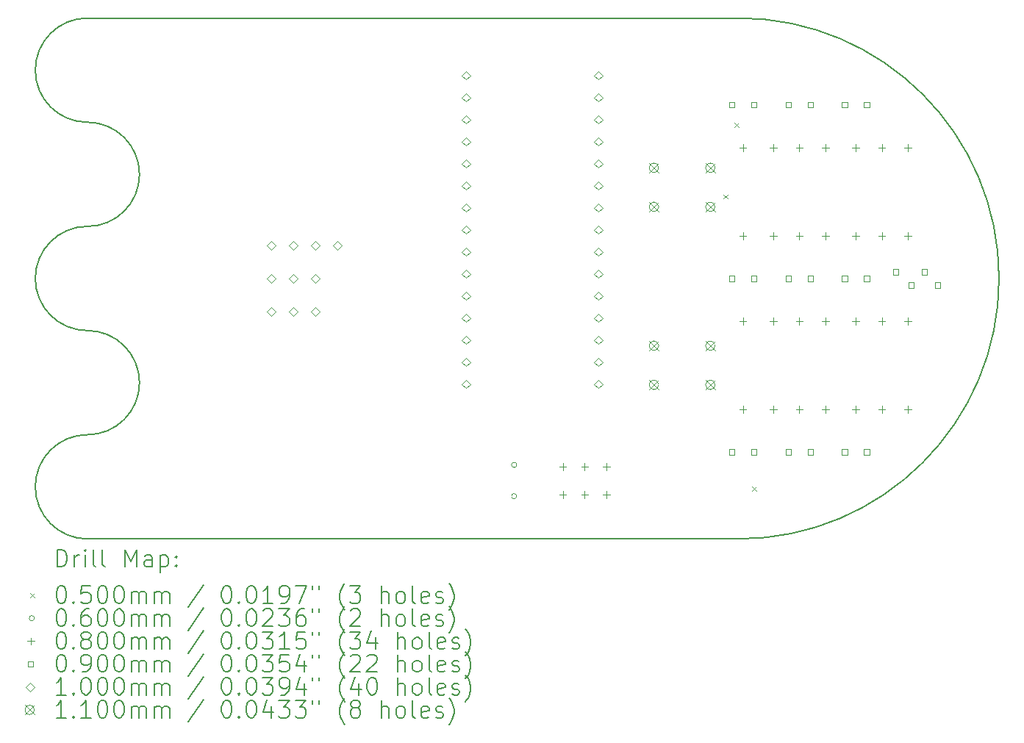
<source format=gbr>
%TF.GenerationSoftware,KiCad,Pcbnew,8.0.0*%
%TF.CreationDate,2024-04-12T21:26:35+10:00*%
%TF.ProjectId,ghost-bot,67686f73-742d-4626-9f74-2e6b69636164,rev?*%
%TF.SameCoordinates,Original*%
%TF.FileFunction,Drillmap*%
%TF.FilePolarity,Positive*%
%FSLAX45Y45*%
G04 Gerber Fmt 4.5, Leading zero omitted, Abs format (unit mm)*
G04 Created by KiCad (PCBNEW 8.0.0) date 2024-04-12 21:26:35*
%MOMM*%
%LPD*%
G01*
G04 APERTURE LIST*
%ADD10C,0.200000*%
%ADD11C,0.100000*%
%ADD12C,0.110000*%
G04 APERTURE END LIST*
D10*
X18250000Y-14400000D02*
X10750000Y-14400000D01*
X18250000Y-8400000D02*
X10750000Y-8400000D01*
X10750000Y-9600000D02*
G75*
G02*
X10750000Y-8400000I0J600000D01*
G01*
X10750001Y-9600000D02*
G75*
G02*
X10750000Y-10800000I-1J-600000D01*
G01*
X10750001Y-12000000D02*
G75*
G02*
X10750000Y-13200000I-1J-600000D01*
G01*
X10750000Y-12000000D02*
G75*
G02*
X10750000Y-10800000I0J600000D01*
G01*
X10750000Y-9600000D02*
X10750001Y-9600000D01*
X10750000Y-12000000D02*
X10750001Y-12000000D01*
X10750000Y-14400000D02*
G75*
G02*
X10750000Y-13200000I0J600000D01*
G01*
X18250000Y-8400000D02*
G75*
G02*
X18250000Y-14400000I0J-3000000D01*
G01*
D11*
X18073500Y-10432000D02*
X18123500Y-10482000D01*
X18123500Y-10432000D02*
X18073500Y-10482000D01*
X18200500Y-9606500D02*
X18250500Y-9656500D01*
X18250500Y-9606500D02*
X18200500Y-9656500D01*
X18402500Y-13797500D02*
X18452500Y-13847500D01*
X18452500Y-13797500D02*
X18402500Y-13847500D01*
X15695214Y-13548500D02*
G75*
G02*
X15635214Y-13548500I-30000J0D01*
G01*
X15635214Y-13548500D02*
G75*
G02*
X15695214Y-13548500I30000J0D01*
G01*
X15695214Y-13908500D02*
G75*
G02*
X15635214Y-13908500I-30000J0D01*
G01*
X15635214Y-13908500D02*
G75*
G02*
X15695214Y-13908500I30000J0D01*
G01*
X16226964Y-13528500D02*
X16226964Y-13608500D01*
X16186964Y-13568500D02*
X16266964Y-13568500D01*
X16226964Y-13848500D02*
X16226964Y-13928500D01*
X16186964Y-13888500D02*
X16266964Y-13888500D01*
X16476964Y-13528500D02*
X16476964Y-13608500D01*
X16436964Y-13568500D02*
X16516964Y-13568500D01*
X16476964Y-13848500D02*
X16476964Y-13928500D01*
X16436964Y-13888500D02*
X16516964Y-13888500D01*
X16726964Y-13528500D02*
X16726964Y-13608500D01*
X16686964Y-13568500D02*
X16766964Y-13568500D01*
X16726964Y-13848500D02*
X16726964Y-13928500D01*
X16686964Y-13888500D02*
X16766964Y-13888500D01*
X18300000Y-9852000D02*
X18300000Y-9932000D01*
X18260000Y-9892000D02*
X18340000Y-9892000D01*
X18300000Y-10868000D02*
X18300000Y-10948000D01*
X18260000Y-10908000D02*
X18340000Y-10908000D01*
X18300000Y-11852000D02*
X18300000Y-11932000D01*
X18260000Y-11892000D02*
X18340000Y-11892000D01*
X18300000Y-12868000D02*
X18300000Y-12948000D01*
X18260000Y-12908000D02*
X18340000Y-12908000D01*
X18650000Y-9852000D02*
X18650000Y-9932000D01*
X18610000Y-9892000D02*
X18690000Y-9892000D01*
X18650000Y-10868000D02*
X18650000Y-10948000D01*
X18610000Y-10908000D02*
X18690000Y-10908000D01*
X18650000Y-11852000D02*
X18650000Y-11932000D01*
X18610000Y-11892000D02*
X18690000Y-11892000D01*
X18650000Y-12868000D02*
X18650000Y-12948000D01*
X18610000Y-12908000D02*
X18690000Y-12908000D01*
X18950000Y-9852000D02*
X18950000Y-9932000D01*
X18910000Y-9892000D02*
X18990000Y-9892000D01*
X18950000Y-10868000D02*
X18950000Y-10948000D01*
X18910000Y-10908000D02*
X18990000Y-10908000D01*
X18950000Y-11852000D02*
X18950000Y-11932000D01*
X18910000Y-11892000D02*
X18990000Y-11892000D01*
X18950000Y-12868000D02*
X18950000Y-12948000D01*
X18910000Y-12908000D02*
X18990000Y-12908000D01*
X19250000Y-9852000D02*
X19250000Y-9932000D01*
X19210000Y-9892000D02*
X19290000Y-9892000D01*
X19250000Y-10868000D02*
X19250000Y-10948000D01*
X19210000Y-10908000D02*
X19290000Y-10908000D01*
X19250000Y-11852000D02*
X19250000Y-11932000D01*
X19210000Y-11892000D02*
X19290000Y-11892000D01*
X19250000Y-12868000D02*
X19250000Y-12948000D01*
X19210000Y-12908000D02*
X19290000Y-12908000D01*
X19600000Y-9852000D02*
X19600000Y-9932000D01*
X19560000Y-9892000D02*
X19640000Y-9892000D01*
X19600000Y-10868000D02*
X19600000Y-10948000D01*
X19560000Y-10908000D02*
X19640000Y-10908000D01*
X19600000Y-11852000D02*
X19600000Y-11932000D01*
X19560000Y-11892000D02*
X19640000Y-11892000D01*
X19600000Y-12868000D02*
X19600000Y-12948000D01*
X19560000Y-12908000D02*
X19640000Y-12908000D01*
X19900000Y-9852000D02*
X19900000Y-9932000D01*
X19860000Y-9892000D02*
X19940000Y-9892000D01*
X19900000Y-10868000D02*
X19900000Y-10948000D01*
X19860000Y-10908000D02*
X19940000Y-10908000D01*
X19900000Y-11852000D02*
X19900000Y-11932000D01*
X19860000Y-11892000D02*
X19940000Y-11892000D01*
X19900000Y-12868000D02*
X19900000Y-12948000D01*
X19860000Y-12908000D02*
X19940000Y-12908000D01*
X20200000Y-9852000D02*
X20200000Y-9932000D01*
X20160000Y-9892000D02*
X20240000Y-9892000D01*
X20200000Y-10868000D02*
X20200000Y-10948000D01*
X20160000Y-10908000D02*
X20240000Y-10908000D01*
X20200000Y-11852000D02*
X20200000Y-11932000D01*
X20160000Y-11892000D02*
X20240000Y-11892000D01*
X20200000Y-12868000D02*
X20200000Y-12948000D01*
X20160000Y-12908000D02*
X20240000Y-12908000D01*
X18205320Y-9431820D02*
X18205320Y-9368180D01*
X18141680Y-9368180D01*
X18141680Y-9431820D01*
X18205320Y-9431820D01*
X18205320Y-11431820D02*
X18205320Y-11368180D01*
X18141680Y-11368180D01*
X18141680Y-11431820D01*
X18205320Y-11431820D01*
X18205320Y-13431820D02*
X18205320Y-13368180D01*
X18141680Y-13368180D01*
X18141680Y-13431820D01*
X18205320Y-13431820D01*
X18459320Y-9431820D02*
X18459320Y-9368180D01*
X18395680Y-9368180D01*
X18395680Y-9431820D01*
X18459320Y-9431820D01*
X18459320Y-11431820D02*
X18459320Y-11368180D01*
X18395680Y-11368180D01*
X18395680Y-11431820D01*
X18459320Y-11431820D01*
X18459320Y-13431820D02*
X18459320Y-13368180D01*
X18395680Y-13368180D01*
X18395680Y-13431820D01*
X18459320Y-13431820D01*
X18855320Y-9431820D02*
X18855320Y-9368180D01*
X18791680Y-9368180D01*
X18791680Y-9431820D01*
X18855320Y-9431820D01*
X18855320Y-11431820D02*
X18855320Y-11368180D01*
X18791680Y-11368180D01*
X18791680Y-11431820D01*
X18855320Y-11431820D01*
X18855320Y-13431820D02*
X18855320Y-13368180D01*
X18791680Y-13368180D01*
X18791680Y-13431820D01*
X18855320Y-13431820D01*
X19109320Y-9431820D02*
X19109320Y-9368180D01*
X19045680Y-9368180D01*
X19045680Y-9431820D01*
X19109320Y-9431820D01*
X19109320Y-11431820D02*
X19109320Y-11368180D01*
X19045680Y-11368180D01*
X19045680Y-11431820D01*
X19109320Y-11431820D01*
X19109320Y-13431820D02*
X19109320Y-13368180D01*
X19045680Y-13368180D01*
X19045680Y-13431820D01*
X19109320Y-13431820D01*
X19504320Y-9431820D02*
X19504320Y-9368180D01*
X19440680Y-9368180D01*
X19440680Y-9431820D01*
X19504320Y-9431820D01*
X19504320Y-11431820D02*
X19504320Y-11368180D01*
X19440680Y-11368180D01*
X19440680Y-11431820D01*
X19504320Y-11431820D01*
X19504320Y-13431820D02*
X19504320Y-13368180D01*
X19440680Y-13368180D01*
X19440680Y-13431820D01*
X19504320Y-13431820D01*
X19758320Y-9431820D02*
X19758320Y-9368180D01*
X19694680Y-9368180D01*
X19694680Y-9431820D01*
X19758320Y-9431820D01*
X19758320Y-11431820D02*
X19758320Y-11368180D01*
X19694680Y-11368180D01*
X19694680Y-11431820D01*
X19758320Y-11431820D01*
X19758320Y-13431820D02*
X19758320Y-13368180D01*
X19694680Y-13368180D01*
X19694680Y-13431820D01*
X19758320Y-13431820D01*
X20091820Y-11355820D02*
X20091820Y-11292180D01*
X20028180Y-11292180D01*
X20028180Y-11355820D01*
X20091820Y-11355820D01*
X20269620Y-11508220D02*
X20269620Y-11444580D01*
X20205980Y-11444580D01*
X20205980Y-11508220D01*
X20269620Y-11508220D01*
X20422020Y-11355820D02*
X20422020Y-11292180D01*
X20358380Y-11292180D01*
X20358380Y-11355820D01*
X20422020Y-11355820D01*
X20574420Y-11508220D02*
X20574420Y-11444580D01*
X20510780Y-11444580D01*
X20510780Y-11508220D01*
X20574420Y-11508220D01*
X12866000Y-11069000D02*
X12916000Y-11019000D01*
X12866000Y-10969000D01*
X12816000Y-11019000D01*
X12866000Y-11069000D01*
X12866000Y-11450000D02*
X12916000Y-11400000D01*
X12866000Y-11350000D01*
X12816000Y-11400000D01*
X12866000Y-11450000D01*
X12866000Y-11831000D02*
X12916000Y-11781000D01*
X12866000Y-11731000D01*
X12816000Y-11781000D01*
X12866000Y-11831000D01*
X13120000Y-11069000D02*
X13170000Y-11019000D01*
X13120000Y-10969000D01*
X13070000Y-11019000D01*
X13120000Y-11069000D01*
X13120000Y-11450000D02*
X13170000Y-11400000D01*
X13120000Y-11350000D01*
X13070000Y-11400000D01*
X13120000Y-11450000D01*
X13120000Y-11831000D02*
X13170000Y-11781000D01*
X13120000Y-11731000D01*
X13070000Y-11781000D01*
X13120000Y-11831000D01*
X13374000Y-11069000D02*
X13424000Y-11019000D01*
X13374000Y-10969000D01*
X13324000Y-11019000D01*
X13374000Y-11069000D01*
X13374000Y-11450000D02*
X13424000Y-11400000D01*
X13374000Y-11350000D01*
X13324000Y-11400000D01*
X13374000Y-11450000D01*
X13374000Y-11831000D02*
X13424000Y-11781000D01*
X13374000Y-11731000D01*
X13324000Y-11781000D01*
X13374000Y-11831000D01*
X13628000Y-11069000D02*
X13678000Y-11019000D01*
X13628000Y-10969000D01*
X13578000Y-11019000D01*
X13628000Y-11069000D01*
X15113000Y-9110000D02*
X15163000Y-9060000D01*
X15113000Y-9010000D01*
X15063000Y-9060000D01*
X15113000Y-9110000D01*
X15113000Y-9364000D02*
X15163000Y-9314000D01*
X15113000Y-9264000D01*
X15063000Y-9314000D01*
X15113000Y-9364000D01*
X15113000Y-9618000D02*
X15163000Y-9568000D01*
X15113000Y-9518000D01*
X15063000Y-9568000D01*
X15113000Y-9618000D01*
X15113000Y-9872000D02*
X15163000Y-9822000D01*
X15113000Y-9772000D01*
X15063000Y-9822000D01*
X15113000Y-9872000D01*
X15113000Y-10126000D02*
X15163000Y-10076000D01*
X15113000Y-10026000D01*
X15063000Y-10076000D01*
X15113000Y-10126000D01*
X15113000Y-10380000D02*
X15163000Y-10330000D01*
X15113000Y-10280000D01*
X15063000Y-10330000D01*
X15113000Y-10380000D01*
X15113000Y-10634000D02*
X15163000Y-10584000D01*
X15113000Y-10534000D01*
X15063000Y-10584000D01*
X15113000Y-10634000D01*
X15113000Y-10888000D02*
X15163000Y-10838000D01*
X15113000Y-10788000D01*
X15063000Y-10838000D01*
X15113000Y-10888000D01*
X15113000Y-11142000D02*
X15163000Y-11092000D01*
X15113000Y-11042000D01*
X15063000Y-11092000D01*
X15113000Y-11142000D01*
X15113000Y-11396000D02*
X15163000Y-11346000D01*
X15113000Y-11296000D01*
X15063000Y-11346000D01*
X15113000Y-11396000D01*
X15113000Y-11650000D02*
X15163000Y-11600000D01*
X15113000Y-11550000D01*
X15063000Y-11600000D01*
X15113000Y-11650000D01*
X15113000Y-11904000D02*
X15163000Y-11854000D01*
X15113000Y-11804000D01*
X15063000Y-11854000D01*
X15113000Y-11904000D01*
X15113000Y-12158000D02*
X15163000Y-12108000D01*
X15113000Y-12058000D01*
X15063000Y-12108000D01*
X15113000Y-12158000D01*
X15113000Y-12412000D02*
X15163000Y-12362000D01*
X15113000Y-12312000D01*
X15063000Y-12362000D01*
X15113000Y-12412000D01*
X15113000Y-12666000D02*
X15163000Y-12616000D01*
X15113000Y-12566000D01*
X15063000Y-12616000D01*
X15113000Y-12666000D01*
X16637000Y-9110000D02*
X16687000Y-9060000D01*
X16637000Y-9010000D01*
X16587000Y-9060000D01*
X16637000Y-9110000D01*
X16637000Y-9364000D02*
X16687000Y-9314000D01*
X16637000Y-9264000D01*
X16587000Y-9314000D01*
X16637000Y-9364000D01*
X16637000Y-9618000D02*
X16687000Y-9568000D01*
X16637000Y-9518000D01*
X16587000Y-9568000D01*
X16637000Y-9618000D01*
X16637000Y-9872000D02*
X16687000Y-9822000D01*
X16637000Y-9772000D01*
X16587000Y-9822000D01*
X16637000Y-9872000D01*
X16637000Y-10126000D02*
X16687000Y-10076000D01*
X16637000Y-10026000D01*
X16587000Y-10076000D01*
X16637000Y-10126000D01*
X16637000Y-10380000D02*
X16687000Y-10330000D01*
X16637000Y-10280000D01*
X16587000Y-10330000D01*
X16637000Y-10380000D01*
X16637000Y-10634000D02*
X16687000Y-10584000D01*
X16637000Y-10534000D01*
X16587000Y-10584000D01*
X16637000Y-10634000D01*
X16637000Y-10888000D02*
X16687000Y-10838000D01*
X16637000Y-10788000D01*
X16587000Y-10838000D01*
X16637000Y-10888000D01*
X16637000Y-11142000D02*
X16687000Y-11092000D01*
X16637000Y-11042000D01*
X16587000Y-11092000D01*
X16637000Y-11142000D01*
X16637000Y-11396000D02*
X16687000Y-11346000D01*
X16637000Y-11296000D01*
X16587000Y-11346000D01*
X16637000Y-11396000D01*
X16637000Y-11650000D02*
X16687000Y-11600000D01*
X16637000Y-11550000D01*
X16587000Y-11600000D01*
X16637000Y-11650000D01*
X16637000Y-11904000D02*
X16687000Y-11854000D01*
X16637000Y-11804000D01*
X16587000Y-11854000D01*
X16637000Y-11904000D01*
X16637000Y-12158000D02*
X16687000Y-12108000D01*
X16637000Y-12058000D01*
X16587000Y-12108000D01*
X16637000Y-12158000D01*
X16637000Y-12412000D02*
X16687000Y-12362000D01*
X16637000Y-12312000D01*
X16587000Y-12362000D01*
X16637000Y-12412000D01*
X16637000Y-12666000D02*
X16687000Y-12616000D01*
X16637000Y-12566000D01*
X16587000Y-12616000D01*
X16637000Y-12666000D01*
D12*
X17220000Y-10070000D02*
X17330000Y-10180000D01*
X17330000Y-10070000D02*
X17220000Y-10180000D01*
X17330000Y-10125000D02*
G75*
G02*
X17220000Y-10125000I-55000J0D01*
G01*
X17220000Y-10125000D02*
G75*
G02*
X17330000Y-10125000I55000J0D01*
G01*
X17220000Y-10520000D02*
X17330000Y-10630000D01*
X17330000Y-10520000D02*
X17220000Y-10630000D01*
X17330000Y-10575000D02*
G75*
G02*
X17220000Y-10575000I-55000J0D01*
G01*
X17220000Y-10575000D02*
G75*
G02*
X17330000Y-10575000I55000J0D01*
G01*
X17220000Y-12120000D02*
X17330000Y-12230000D01*
X17330000Y-12120000D02*
X17220000Y-12230000D01*
X17330000Y-12175000D02*
G75*
G02*
X17220000Y-12175000I-55000J0D01*
G01*
X17220000Y-12175000D02*
G75*
G02*
X17330000Y-12175000I55000J0D01*
G01*
X17220000Y-12570000D02*
X17330000Y-12680000D01*
X17330000Y-12570000D02*
X17220000Y-12680000D01*
X17330000Y-12625000D02*
G75*
G02*
X17220000Y-12625000I-55000J0D01*
G01*
X17220000Y-12625000D02*
G75*
G02*
X17330000Y-12625000I55000J0D01*
G01*
X17870000Y-10070000D02*
X17980000Y-10180000D01*
X17980000Y-10070000D02*
X17870000Y-10180000D01*
X17980000Y-10125000D02*
G75*
G02*
X17870000Y-10125000I-55000J0D01*
G01*
X17870000Y-10125000D02*
G75*
G02*
X17980000Y-10125000I55000J0D01*
G01*
X17870000Y-10520000D02*
X17980000Y-10630000D01*
X17980000Y-10520000D02*
X17870000Y-10630000D01*
X17980000Y-10575000D02*
G75*
G02*
X17870000Y-10575000I-55000J0D01*
G01*
X17870000Y-10575000D02*
G75*
G02*
X17980000Y-10575000I55000J0D01*
G01*
X17870000Y-12120000D02*
X17980000Y-12230000D01*
X17980000Y-12120000D02*
X17870000Y-12230000D01*
X17980000Y-12175000D02*
G75*
G02*
X17870000Y-12175000I-55000J0D01*
G01*
X17870000Y-12175000D02*
G75*
G02*
X17980000Y-12175000I55000J0D01*
G01*
X17870000Y-12570000D02*
X17980000Y-12680000D01*
X17980000Y-12570000D02*
X17870000Y-12680000D01*
X17980000Y-12625000D02*
G75*
G02*
X17870000Y-12625000I-55000J0D01*
G01*
X17870000Y-12625000D02*
G75*
G02*
X17980000Y-12625000I55000J0D01*
G01*
D10*
X10400777Y-14721484D02*
X10400777Y-14521484D01*
X10400777Y-14521484D02*
X10448396Y-14521484D01*
X10448396Y-14521484D02*
X10476967Y-14531008D01*
X10476967Y-14531008D02*
X10496015Y-14550055D01*
X10496015Y-14550055D02*
X10505539Y-14569103D01*
X10505539Y-14569103D02*
X10515063Y-14607198D01*
X10515063Y-14607198D02*
X10515063Y-14635769D01*
X10515063Y-14635769D02*
X10505539Y-14673865D01*
X10505539Y-14673865D02*
X10496015Y-14692912D01*
X10496015Y-14692912D02*
X10476967Y-14711960D01*
X10476967Y-14711960D02*
X10448396Y-14721484D01*
X10448396Y-14721484D02*
X10400777Y-14721484D01*
X10600777Y-14721484D02*
X10600777Y-14588150D01*
X10600777Y-14626246D02*
X10610301Y-14607198D01*
X10610301Y-14607198D02*
X10619824Y-14597674D01*
X10619824Y-14597674D02*
X10638872Y-14588150D01*
X10638872Y-14588150D02*
X10657920Y-14588150D01*
X10724586Y-14721484D02*
X10724586Y-14588150D01*
X10724586Y-14521484D02*
X10715063Y-14531008D01*
X10715063Y-14531008D02*
X10724586Y-14540531D01*
X10724586Y-14540531D02*
X10734110Y-14531008D01*
X10734110Y-14531008D02*
X10724586Y-14521484D01*
X10724586Y-14521484D02*
X10724586Y-14540531D01*
X10848396Y-14721484D02*
X10829348Y-14711960D01*
X10829348Y-14711960D02*
X10819824Y-14692912D01*
X10819824Y-14692912D02*
X10819824Y-14521484D01*
X10953158Y-14721484D02*
X10934110Y-14711960D01*
X10934110Y-14711960D02*
X10924586Y-14692912D01*
X10924586Y-14692912D02*
X10924586Y-14521484D01*
X11181729Y-14721484D02*
X11181729Y-14521484D01*
X11181729Y-14521484D02*
X11248396Y-14664341D01*
X11248396Y-14664341D02*
X11315062Y-14521484D01*
X11315062Y-14521484D02*
X11315062Y-14721484D01*
X11496015Y-14721484D02*
X11496015Y-14616722D01*
X11496015Y-14616722D02*
X11486491Y-14597674D01*
X11486491Y-14597674D02*
X11467443Y-14588150D01*
X11467443Y-14588150D02*
X11429348Y-14588150D01*
X11429348Y-14588150D02*
X11410301Y-14597674D01*
X11496015Y-14711960D02*
X11476967Y-14721484D01*
X11476967Y-14721484D02*
X11429348Y-14721484D01*
X11429348Y-14721484D02*
X11410301Y-14711960D01*
X11410301Y-14711960D02*
X11400777Y-14692912D01*
X11400777Y-14692912D02*
X11400777Y-14673865D01*
X11400777Y-14673865D02*
X11410301Y-14654817D01*
X11410301Y-14654817D02*
X11429348Y-14645293D01*
X11429348Y-14645293D02*
X11476967Y-14645293D01*
X11476967Y-14645293D02*
X11496015Y-14635769D01*
X11591253Y-14588150D02*
X11591253Y-14788150D01*
X11591253Y-14597674D02*
X11610301Y-14588150D01*
X11610301Y-14588150D02*
X11648396Y-14588150D01*
X11648396Y-14588150D02*
X11667443Y-14597674D01*
X11667443Y-14597674D02*
X11676967Y-14607198D01*
X11676967Y-14607198D02*
X11686491Y-14626246D01*
X11686491Y-14626246D02*
X11686491Y-14683388D01*
X11686491Y-14683388D02*
X11676967Y-14702436D01*
X11676967Y-14702436D02*
X11667443Y-14711960D01*
X11667443Y-14711960D02*
X11648396Y-14721484D01*
X11648396Y-14721484D02*
X11610301Y-14721484D01*
X11610301Y-14721484D02*
X11591253Y-14711960D01*
X11772205Y-14702436D02*
X11781729Y-14711960D01*
X11781729Y-14711960D02*
X11772205Y-14721484D01*
X11772205Y-14721484D02*
X11762682Y-14711960D01*
X11762682Y-14711960D02*
X11772205Y-14702436D01*
X11772205Y-14702436D02*
X11772205Y-14721484D01*
X11772205Y-14597674D02*
X11781729Y-14607198D01*
X11781729Y-14607198D02*
X11772205Y-14616722D01*
X11772205Y-14616722D02*
X11762682Y-14607198D01*
X11762682Y-14607198D02*
X11772205Y-14597674D01*
X11772205Y-14597674D02*
X11772205Y-14616722D01*
D11*
X10090000Y-15025000D02*
X10140000Y-15075000D01*
X10140000Y-15025000D02*
X10090000Y-15075000D01*
D10*
X10438872Y-14941484D02*
X10457920Y-14941484D01*
X10457920Y-14941484D02*
X10476967Y-14951008D01*
X10476967Y-14951008D02*
X10486491Y-14960531D01*
X10486491Y-14960531D02*
X10496015Y-14979579D01*
X10496015Y-14979579D02*
X10505539Y-15017674D01*
X10505539Y-15017674D02*
X10505539Y-15065293D01*
X10505539Y-15065293D02*
X10496015Y-15103388D01*
X10496015Y-15103388D02*
X10486491Y-15122436D01*
X10486491Y-15122436D02*
X10476967Y-15131960D01*
X10476967Y-15131960D02*
X10457920Y-15141484D01*
X10457920Y-15141484D02*
X10438872Y-15141484D01*
X10438872Y-15141484D02*
X10419824Y-15131960D01*
X10419824Y-15131960D02*
X10410301Y-15122436D01*
X10410301Y-15122436D02*
X10400777Y-15103388D01*
X10400777Y-15103388D02*
X10391253Y-15065293D01*
X10391253Y-15065293D02*
X10391253Y-15017674D01*
X10391253Y-15017674D02*
X10400777Y-14979579D01*
X10400777Y-14979579D02*
X10410301Y-14960531D01*
X10410301Y-14960531D02*
X10419824Y-14951008D01*
X10419824Y-14951008D02*
X10438872Y-14941484D01*
X10591253Y-15122436D02*
X10600777Y-15131960D01*
X10600777Y-15131960D02*
X10591253Y-15141484D01*
X10591253Y-15141484D02*
X10581729Y-15131960D01*
X10581729Y-15131960D02*
X10591253Y-15122436D01*
X10591253Y-15122436D02*
X10591253Y-15141484D01*
X10781729Y-14941484D02*
X10686491Y-14941484D01*
X10686491Y-14941484D02*
X10676967Y-15036722D01*
X10676967Y-15036722D02*
X10686491Y-15027198D01*
X10686491Y-15027198D02*
X10705539Y-15017674D01*
X10705539Y-15017674D02*
X10753158Y-15017674D01*
X10753158Y-15017674D02*
X10772205Y-15027198D01*
X10772205Y-15027198D02*
X10781729Y-15036722D01*
X10781729Y-15036722D02*
X10791253Y-15055769D01*
X10791253Y-15055769D02*
X10791253Y-15103388D01*
X10791253Y-15103388D02*
X10781729Y-15122436D01*
X10781729Y-15122436D02*
X10772205Y-15131960D01*
X10772205Y-15131960D02*
X10753158Y-15141484D01*
X10753158Y-15141484D02*
X10705539Y-15141484D01*
X10705539Y-15141484D02*
X10686491Y-15131960D01*
X10686491Y-15131960D02*
X10676967Y-15122436D01*
X10915063Y-14941484D02*
X10934110Y-14941484D01*
X10934110Y-14941484D02*
X10953158Y-14951008D01*
X10953158Y-14951008D02*
X10962682Y-14960531D01*
X10962682Y-14960531D02*
X10972205Y-14979579D01*
X10972205Y-14979579D02*
X10981729Y-15017674D01*
X10981729Y-15017674D02*
X10981729Y-15065293D01*
X10981729Y-15065293D02*
X10972205Y-15103388D01*
X10972205Y-15103388D02*
X10962682Y-15122436D01*
X10962682Y-15122436D02*
X10953158Y-15131960D01*
X10953158Y-15131960D02*
X10934110Y-15141484D01*
X10934110Y-15141484D02*
X10915063Y-15141484D01*
X10915063Y-15141484D02*
X10896015Y-15131960D01*
X10896015Y-15131960D02*
X10886491Y-15122436D01*
X10886491Y-15122436D02*
X10876967Y-15103388D01*
X10876967Y-15103388D02*
X10867444Y-15065293D01*
X10867444Y-15065293D02*
X10867444Y-15017674D01*
X10867444Y-15017674D02*
X10876967Y-14979579D01*
X10876967Y-14979579D02*
X10886491Y-14960531D01*
X10886491Y-14960531D02*
X10896015Y-14951008D01*
X10896015Y-14951008D02*
X10915063Y-14941484D01*
X11105539Y-14941484D02*
X11124586Y-14941484D01*
X11124586Y-14941484D02*
X11143634Y-14951008D01*
X11143634Y-14951008D02*
X11153158Y-14960531D01*
X11153158Y-14960531D02*
X11162682Y-14979579D01*
X11162682Y-14979579D02*
X11172205Y-15017674D01*
X11172205Y-15017674D02*
X11172205Y-15065293D01*
X11172205Y-15065293D02*
X11162682Y-15103388D01*
X11162682Y-15103388D02*
X11153158Y-15122436D01*
X11153158Y-15122436D02*
X11143634Y-15131960D01*
X11143634Y-15131960D02*
X11124586Y-15141484D01*
X11124586Y-15141484D02*
X11105539Y-15141484D01*
X11105539Y-15141484D02*
X11086491Y-15131960D01*
X11086491Y-15131960D02*
X11076967Y-15122436D01*
X11076967Y-15122436D02*
X11067444Y-15103388D01*
X11067444Y-15103388D02*
X11057920Y-15065293D01*
X11057920Y-15065293D02*
X11057920Y-15017674D01*
X11057920Y-15017674D02*
X11067444Y-14979579D01*
X11067444Y-14979579D02*
X11076967Y-14960531D01*
X11076967Y-14960531D02*
X11086491Y-14951008D01*
X11086491Y-14951008D02*
X11105539Y-14941484D01*
X11257920Y-15141484D02*
X11257920Y-15008150D01*
X11257920Y-15027198D02*
X11267443Y-15017674D01*
X11267443Y-15017674D02*
X11286491Y-15008150D01*
X11286491Y-15008150D02*
X11315063Y-15008150D01*
X11315063Y-15008150D02*
X11334110Y-15017674D01*
X11334110Y-15017674D02*
X11343634Y-15036722D01*
X11343634Y-15036722D02*
X11343634Y-15141484D01*
X11343634Y-15036722D02*
X11353158Y-15017674D01*
X11353158Y-15017674D02*
X11372205Y-15008150D01*
X11372205Y-15008150D02*
X11400777Y-15008150D01*
X11400777Y-15008150D02*
X11419824Y-15017674D01*
X11419824Y-15017674D02*
X11429348Y-15036722D01*
X11429348Y-15036722D02*
X11429348Y-15141484D01*
X11524586Y-15141484D02*
X11524586Y-15008150D01*
X11524586Y-15027198D02*
X11534110Y-15017674D01*
X11534110Y-15017674D02*
X11553158Y-15008150D01*
X11553158Y-15008150D02*
X11581729Y-15008150D01*
X11581729Y-15008150D02*
X11600777Y-15017674D01*
X11600777Y-15017674D02*
X11610301Y-15036722D01*
X11610301Y-15036722D02*
X11610301Y-15141484D01*
X11610301Y-15036722D02*
X11619824Y-15017674D01*
X11619824Y-15017674D02*
X11638872Y-15008150D01*
X11638872Y-15008150D02*
X11667443Y-15008150D01*
X11667443Y-15008150D02*
X11686491Y-15017674D01*
X11686491Y-15017674D02*
X11696015Y-15036722D01*
X11696015Y-15036722D02*
X11696015Y-15141484D01*
X12086491Y-14931960D02*
X11915063Y-15189103D01*
X12343634Y-14941484D02*
X12362682Y-14941484D01*
X12362682Y-14941484D02*
X12381729Y-14951008D01*
X12381729Y-14951008D02*
X12391253Y-14960531D01*
X12391253Y-14960531D02*
X12400777Y-14979579D01*
X12400777Y-14979579D02*
X12410301Y-15017674D01*
X12410301Y-15017674D02*
X12410301Y-15065293D01*
X12410301Y-15065293D02*
X12400777Y-15103388D01*
X12400777Y-15103388D02*
X12391253Y-15122436D01*
X12391253Y-15122436D02*
X12381729Y-15131960D01*
X12381729Y-15131960D02*
X12362682Y-15141484D01*
X12362682Y-15141484D02*
X12343634Y-15141484D01*
X12343634Y-15141484D02*
X12324586Y-15131960D01*
X12324586Y-15131960D02*
X12315063Y-15122436D01*
X12315063Y-15122436D02*
X12305539Y-15103388D01*
X12305539Y-15103388D02*
X12296015Y-15065293D01*
X12296015Y-15065293D02*
X12296015Y-15017674D01*
X12296015Y-15017674D02*
X12305539Y-14979579D01*
X12305539Y-14979579D02*
X12315063Y-14960531D01*
X12315063Y-14960531D02*
X12324586Y-14951008D01*
X12324586Y-14951008D02*
X12343634Y-14941484D01*
X12496015Y-15122436D02*
X12505539Y-15131960D01*
X12505539Y-15131960D02*
X12496015Y-15141484D01*
X12496015Y-15141484D02*
X12486491Y-15131960D01*
X12486491Y-15131960D02*
X12496015Y-15122436D01*
X12496015Y-15122436D02*
X12496015Y-15141484D01*
X12629348Y-14941484D02*
X12648396Y-14941484D01*
X12648396Y-14941484D02*
X12667444Y-14951008D01*
X12667444Y-14951008D02*
X12676967Y-14960531D01*
X12676967Y-14960531D02*
X12686491Y-14979579D01*
X12686491Y-14979579D02*
X12696015Y-15017674D01*
X12696015Y-15017674D02*
X12696015Y-15065293D01*
X12696015Y-15065293D02*
X12686491Y-15103388D01*
X12686491Y-15103388D02*
X12676967Y-15122436D01*
X12676967Y-15122436D02*
X12667444Y-15131960D01*
X12667444Y-15131960D02*
X12648396Y-15141484D01*
X12648396Y-15141484D02*
X12629348Y-15141484D01*
X12629348Y-15141484D02*
X12610301Y-15131960D01*
X12610301Y-15131960D02*
X12600777Y-15122436D01*
X12600777Y-15122436D02*
X12591253Y-15103388D01*
X12591253Y-15103388D02*
X12581729Y-15065293D01*
X12581729Y-15065293D02*
X12581729Y-15017674D01*
X12581729Y-15017674D02*
X12591253Y-14979579D01*
X12591253Y-14979579D02*
X12600777Y-14960531D01*
X12600777Y-14960531D02*
X12610301Y-14951008D01*
X12610301Y-14951008D02*
X12629348Y-14941484D01*
X12886491Y-15141484D02*
X12772206Y-15141484D01*
X12829348Y-15141484D02*
X12829348Y-14941484D01*
X12829348Y-14941484D02*
X12810301Y-14970055D01*
X12810301Y-14970055D02*
X12791253Y-14989103D01*
X12791253Y-14989103D02*
X12772206Y-14998627D01*
X12981729Y-15141484D02*
X13019825Y-15141484D01*
X13019825Y-15141484D02*
X13038872Y-15131960D01*
X13038872Y-15131960D02*
X13048396Y-15122436D01*
X13048396Y-15122436D02*
X13067444Y-15093865D01*
X13067444Y-15093865D02*
X13076967Y-15055769D01*
X13076967Y-15055769D02*
X13076967Y-14979579D01*
X13076967Y-14979579D02*
X13067444Y-14960531D01*
X13067444Y-14960531D02*
X13057920Y-14951008D01*
X13057920Y-14951008D02*
X13038872Y-14941484D01*
X13038872Y-14941484D02*
X13000777Y-14941484D01*
X13000777Y-14941484D02*
X12981729Y-14951008D01*
X12981729Y-14951008D02*
X12972206Y-14960531D01*
X12972206Y-14960531D02*
X12962682Y-14979579D01*
X12962682Y-14979579D02*
X12962682Y-15027198D01*
X12962682Y-15027198D02*
X12972206Y-15046246D01*
X12972206Y-15046246D02*
X12981729Y-15055769D01*
X12981729Y-15055769D02*
X13000777Y-15065293D01*
X13000777Y-15065293D02*
X13038872Y-15065293D01*
X13038872Y-15065293D02*
X13057920Y-15055769D01*
X13057920Y-15055769D02*
X13067444Y-15046246D01*
X13067444Y-15046246D02*
X13076967Y-15027198D01*
X13143634Y-14941484D02*
X13276967Y-14941484D01*
X13276967Y-14941484D02*
X13191253Y-15141484D01*
X13343634Y-14941484D02*
X13343634Y-14979579D01*
X13419825Y-14941484D02*
X13419825Y-14979579D01*
X13715063Y-15217674D02*
X13705539Y-15208150D01*
X13705539Y-15208150D02*
X13686491Y-15179579D01*
X13686491Y-15179579D02*
X13676968Y-15160531D01*
X13676968Y-15160531D02*
X13667444Y-15131960D01*
X13667444Y-15131960D02*
X13657920Y-15084341D01*
X13657920Y-15084341D02*
X13657920Y-15046246D01*
X13657920Y-15046246D02*
X13667444Y-14998627D01*
X13667444Y-14998627D02*
X13676968Y-14970055D01*
X13676968Y-14970055D02*
X13686491Y-14951008D01*
X13686491Y-14951008D02*
X13705539Y-14922436D01*
X13705539Y-14922436D02*
X13715063Y-14912912D01*
X13772206Y-14941484D02*
X13896015Y-14941484D01*
X13896015Y-14941484D02*
X13829348Y-15017674D01*
X13829348Y-15017674D02*
X13857920Y-15017674D01*
X13857920Y-15017674D02*
X13876968Y-15027198D01*
X13876968Y-15027198D02*
X13886491Y-15036722D01*
X13886491Y-15036722D02*
X13896015Y-15055769D01*
X13896015Y-15055769D02*
X13896015Y-15103388D01*
X13896015Y-15103388D02*
X13886491Y-15122436D01*
X13886491Y-15122436D02*
X13876968Y-15131960D01*
X13876968Y-15131960D02*
X13857920Y-15141484D01*
X13857920Y-15141484D02*
X13800777Y-15141484D01*
X13800777Y-15141484D02*
X13781729Y-15131960D01*
X13781729Y-15131960D02*
X13772206Y-15122436D01*
X14134110Y-15141484D02*
X14134110Y-14941484D01*
X14219825Y-15141484D02*
X14219825Y-15036722D01*
X14219825Y-15036722D02*
X14210301Y-15017674D01*
X14210301Y-15017674D02*
X14191253Y-15008150D01*
X14191253Y-15008150D02*
X14162682Y-15008150D01*
X14162682Y-15008150D02*
X14143634Y-15017674D01*
X14143634Y-15017674D02*
X14134110Y-15027198D01*
X14343634Y-15141484D02*
X14324587Y-15131960D01*
X14324587Y-15131960D02*
X14315063Y-15122436D01*
X14315063Y-15122436D02*
X14305539Y-15103388D01*
X14305539Y-15103388D02*
X14305539Y-15046246D01*
X14305539Y-15046246D02*
X14315063Y-15027198D01*
X14315063Y-15027198D02*
X14324587Y-15017674D01*
X14324587Y-15017674D02*
X14343634Y-15008150D01*
X14343634Y-15008150D02*
X14372206Y-15008150D01*
X14372206Y-15008150D02*
X14391253Y-15017674D01*
X14391253Y-15017674D02*
X14400777Y-15027198D01*
X14400777Y-15027198D02*
X14410301Y-15046246D01*
X14410301Y-15046246D02*
X14410301Y-15103388D01*
X14410301Y-15103388D02*
X14400777Y-15122436D01*
X14400777Y-15122436D02*
X14391253Y-15131960D01*
X14391253Y-15131960D02*
X14372206Y-15141484D01*
X14372206Y-15141484D02*
X14343634Y-15141484D01*
X14524587Y-15141484D02*
X14505539Y-15131960D01*
X14505539Y-15131960D02*
X14496015Y-15112912D01*
X14496015Y-15112912D02*
X14496015Y-14941484D01*
X14676968Y-15131960D02*
X14657920Y-15141484D01*
X14657920Y-15141484D02*
X14619825Y-15141484D01*
X14619825Y-15141484D02*
X14600777Y-15131960D01*
X14600777Y-15131960D02*
X14591253Y-15112912D01*
X14591253Y-15112912D02*
X14591253Y-15036722D01*
X14591253Y-15036722D02*
X14600777Y-15017674D01*
X14600777Y-15017674D02*
X14619825Y-15008150D01*
X14619825Y-15008150D02*
X14657920Y-15008150D01*
X14657920Y-15008150D02*
X14676968Y-15017674D01*
X14676968Y-15017674D02*
X14686491Y-15036722D01*
X14686491Y-15036722D02*
X14686491Y-15055769D01*
X14686491Y-15055769D02*
X14591253Y-15074817D01*
X14762682Y-15131960D02*
X14781730Y-15141484D01*
X14781730Y-15141484D02*
X14819825Y-15141484D01*
X14819825Y-15141484D02*
X14838872Y-15131960D01*
X14838872Y-15131960D02*
X14848396Y-15112912D01*
X14848396Y-15112912D02*
X14848396Y-15103388D01*
X14848396Y-15103388D02*
X14838872Y-15084341D01*
X14838872Y-15084341D02*
X14819825Y-15074817D01*
X14819825Y-15074817D02*
X14791253Y-15074817D01*
X14791253Y-15074817D02*
X14772206Y-15065293D01*
X14772206Y-15065293D02*
X14762682Y-15046246D01*
X14762682Y-15046246D02*
X14762682Y-15036722D01*
X14762682Y-15036722D02*
X14772206Y-15017674D01*
X14772206Y-15017674D02*
X14791253Y-15008150D01*
X14791253Y-15008150D02*
X14819825Y-15008150D01*
X14819825Y-15008150D02*
X14838872Y-15017674D01*
X14915063Y-15217674D02*
X14924587Y-15208150D01*
X14924587Y-15208150D02*
X14943634Y-15179579D01*
X14943634Y-15179579D02*
X14953158Y-15160531D01*
X14953158Y-15160531D02*
X14962682Y-15131960D01*
X14962682Y-15131960D02*
X14972206Y-15084341D01*
X14972206Y-15084341D02*
X14972206Y-15046246D01*
X14972206Y-15046246D02*
X14962682Y-14998627D01*
X14962682Y-14998627D02*
X14953158Y-14970055D01*
X14953158Y-14970055D02*
X14943634Y-14951008D01*
X14943634Y-14951008D02*
X14924587Y-14922436D01*
X14924587Y-14922436D02*
X14915063Y-14912912D01*
D11*
X10140000Y-15314000D02*
G75*
G02*
X10080000Y-15314000I-30000J0D01*
G01*
X10080000Y-15314000D02*
G75*
G02*
X10140000Y-15314000I30000J0D01*
G01*
D10*
X10438872Y-15205484D02*
X10457920Y-15205484D01*
X10457920Y-15205484D02*
X10476967Y-15215008D01*
X10476967Y-15215008D02*
X10486491Y-15224531D01*
X10486491Y-15224531D02*
X10496015Y-15243579D01*
X10496015Y-15243579D02*
X10505539Y-15281674D01*
X10505539Y-15281674D02*
X10505539Y-15329293D01*
X10505539Y-15329293D02*
X10496015Y-15367388D01*
X10496015Y-15367388D02*
X10486491Y-15386436D01*
X10486491Y-15386436D02*
X10476967Y-15395960D01*
X10476967Y-15395960D02*
X10457920Y-15405484D01*
X10457920Y-15405484D02*
X10438872Y-15405484D01*
X10438872Y-15405484D02*
X10419824Y-15395960D01*
X10419824Y-15395960D02*
X10410301Y-15386436D01*
X10410301Y-15386436D02*
X10400777Y-15367388D01*
X10400777Y-15367388D02*
X10391253Y-15329293D01*
X10391253Y-15329293D02*
X10391253Y-15281674D01*
X10391253Y-15281674D02*
X10400777Y-15243579D01*
X10400777Y-15243579D02*
X10410301Y-15224531D01*
X10410301Y-15224531D02*
X10419824Y-15215008D01*
X10419824Y-15215008D02*
X10438872Y-15205484D01*
X10591253Y-15386436D02*
X10600777Y-15395960D01*
X10600777Y-15395960D02*
X10591253Y-15405484D01*
X10591253Y-15405484D02*
X10581729Y-15395960D01*
X10581729Y-15395960D02*
X10591253Y-15386436D01*
X10591253Y-15386436D02*
X10591253Y-15405484D01*
X10772205Y-15205484D02*
X10734110Y-15205484D01*
X10734110Y-15205484D02*
X10715063Y-15215008D01*
X10715063Y-15215008D02*
X10705539Y-15224531D01*
X10705539Y-15224531D02*
X10686491Y-15253103D01*
X10686491Y-15253103D02*
X10676967Y-15291198D01*
X10676967Y-15291198D02*
X10676967Y-15367388D01*
X10676967Y-15367388D02*
X10686491Y-15386436D01*
X10686491Y-15386436D02*
X10696015Y-15395960D01*
X10696015Y-15395960D02*
X10715063Y-15405484D01*
X10715063Y-15405484D02*
X10753158Y-15405484D01*
X10753158Y-15405484D02*
X10772205Y-15395960D01*
X10772205Y-15395960D02*
X10781729Y-15386436D01*
X10781729Y-15386436D02*
X10791253Y-15367388D01*
X10791253Y-15367388D02*
X10791253Y-15319769D01*
X10791253Y-15319769D02*
X10781729Y-15300722D01*
X10781729Y-15300722D02*
X10772205Y-15291198D01*
X10772205Y-15291198D02*
X10753158Y-15281674D01*
X10753158Y-15281674D02*
X10715063Y-15281674D01*
X10715063Y-15281674D02*
X10696015Y-15291198D01*
X10696015Y-15291198D02*
X10686491Y-15300722D01*
X10686491Y-15300722D02*
X10676967Y-15319769D01*
X10915063Y-15205484D02*
X10934110Y-15205484D01*
X10934110Y-15205484D02*
X10953158Y-15215008D01*
X10953158Y-15215008D02*
X10962682Y-15224531D01*
X10962682Y-15224531D02*
X10972205Y-15243579D01*
X10972205Y-15243579D02*
X10981729Y-15281674D01*
X10981729Y-15281674D02*
X10981729Y-15329293D01*
X10981729Y-15329293D02*
X10972205Y-15367388D01*
X10972205Y-15367388D02*
X10962682Y-15386436D01*
X10962682Y-15386436D02*
X10953158Y-15395960D01*
X10953158Y-15395960D02*
X10934110Y-15405484D01*
X10934110Y-15405484D02*
X10915063Y-15405484D01*
X10915063Y-15405484D02*
X10896015Y-15395960D01*
X10896015Y-15395960D02*
X10886491Y-15386436D01*
X10886491Y-15386436D02*
X10876967Y-15367388D01*
X10876967Y-15367388D02*
X10867444Y-15329293D01*
X10867444Y-15329293D02*
X10867444Y-15281674D01*
X10867444Y-15281674D02*
X10876967Y-15243579D01*
X10876967Y-15243579D02*
X10886491Y-15224531D01*
X10886491Y-15224531D02*
X10896015Y-15215008D01*
X10896015Y-15215008D02*
X10915063Y-15205484D01*
X11105539Y-15205484D02*
X11124586Y-15205484D01*
X11124586Y-15205484D02*
X11143634Y-15215008D01*
X11143634Y-15215008D02*
X11153158Y-15224531D01*
X11153158Y-15224531D02*
X11162682Y-15243579D01*
X11162682Y-15243579D02*
X11172205Y-15281674D01*
X11172205Y-15281674D02*
X11172205Y-15329293D01*
X11172205Y-15329293D02*
X11162682Y-15367388D01*
X11162682Y-15367388D02*
X11153158Y-15386436D01*
X11153158Y-15386436D02*
X11143634Y-15395960D01*
X11143634Y-15395960D02*
X11124586Y-15405484D01*
X11124586Y-15405484D02*
X11105539Y-15405484D01*
X11105539Y-15405484D02*
X11086491Y-15395960D01*
X11086491Y-15395960D02*
X11076967Y-15386436D01*
X11076967Y-15386436D02*
X11067444Y-15367388D01*
X11067444Y-15367388D02*
X11057920Y-15329293D01*
X11057920Y-15329293D02*
X11057920Y-15281674D01*
X11057920Y-15281674D02*
X11067444Y-15243579D01*
X11067444Y-15243579D02*
X11076967Y-15224531D01*
X11076967Y-15224531D02*
X11086491Y-15215008D01*
X11086491Y-15215008D02*
X11105539Y-15205484D01*
X11257920Y-15405484D02*
X11257920Y-15272150D01*
X11257920Y-15291198D02*
X11267443Y-15281674D01*
X11267443Y-15281674D02*
X11286491Y-15272150D01*
X11286491Y-15272150D02*
X11315063Y-15272150D01*
X11315063Y-15272150D02*
X11334110Y-15281674D01*
X11334110Y-15281674D02*
X11343634Y-15300722D01*
X11343634Y-15300722D02*
X11343634Y-15405484D01*
X11343634Y-15300722D02*
X11353158Y-15281674D01*
X11353158Y-15281674D02*
X11372205Y-15272150D01*
X11372205Y-15272150D02*
X11400777Y-15272150D01*
X11400777Y-15272150D02*
X11419824Y-15281674D01*
X11419824Y-15281674D02*
X11429348Y-15300722D01*
X11429348Y-15300722D02*
X11429348Y-15405484D01*
X11524586Y-15405484D02*
X11524586Y-15272150D01*
X11524586Y-15291198D02*
X11534110Y-15281674D01*
X11534110Y-15281674D02*
X11553158Y-15272150D01*
X11553158Y-15272150D02*
X11581729Y-15272150D01*
X11581729Y-15272150D02*
X11600777Y-15281674D01*
X11600777Y-15281674D02*
X11610301Y-15300722D01*
X11610301Y-15300722D02*
X11610301Y-15405484D01*
X11610301Y-15300722D02*
X11619824Y-15281674D01*
X11619824Y-15281674D02*
X11638872Y-15272150D01*
X11638872Y-15272150D02*
X11667443Y-15272150D01*
X11667443Y-15272150D02*
X11686491Y-15281674D01*
X11686491Y-15281674D02*
X11696015Y-15300722D01*
X11696015Y-15300722D02*
X11696015Y-15405484D01*
X12086491Y-15195960D02*
X11915063Y-15453103D01*
X12343634Y-15205484D02*
X12362682Y-15205484D01*
X12362682Y-15205484D02*
X12381729Y-15215008D01*
X12381729Y-15215008D02*
X12391253Y-15224531D01*
X12391253Y-15224531D02*
X12400777Y-15243579D01*
X12400777Y-15243579D02*
X12410301Y-15281674D01*
X12410301Y-15281674D02*
X12410301Y-15329293D01*
X12410301Y-15329293D02*
X12400777Y-15367388D01*
X12400777Y-15367388D02*
X12391253Y-15386436D01*
X12391253Y-15386436D02*
X12381729Y-15395960D01*
X12381729Y-15395960D02*
X12362682Y-15405484D01*
X12362682Y-15405484D02*
X12343634Y-15405484D01*
X12343634Y-15405484D02*
X12324586Y-15395960D01*
X12324586Y-15395960D02*
X12315063Y-15386436D01*
X12315063Y-15386436D02*
X12305539Y-15367388D01*
X12305539Y-15367388D02*
X12296015Y-15329293D01*
X12296015Y-15329293D02*
X12296015Y-15281674D01*
X12296015Y-15281674D02*
X12305539Y-15243579D01*
X12305539Y-15243579D02*
X12315063Y-15224531D01*
X12315063Y-15224531D02*
X12324586Y-15215008D01*
X12324586Y-15215008D02*
X12343634Y-15205484D01*
X12496015Y-15386436D02*
X12505539Y-15395960D01*
X12505539Y-15395960D02*
X12496015Y-15405484D01*
X12496015Y-15405484D02*
X12486491Y-15395960D01*
X12486491Y-15395960D02*
X12496015Y-15386436D01*
X12496015Y-15386436D02*
X12496015Y-15405484D01*
X12629348Y-15205484D02*
X12648396Y-15205484D01*
X12648396Y-15205484D02*
X12667444Y-15215008D01*
X12667444Y-15215008D02*
X12676967Y-15224531D01*
X12676967Y-15224531D02*
X12686491Y-15243579D01*
X12686491Y-15243579D02*
X12696015Y-15281674D01*
X12696015Y-15281674D02*
X12696015Y-15329293D01*
X12696015Y-15329293D02*
X12686491Y-15367388D01*
X12686491Y-15367388D02*
X12676967Y-15386436D01*
X12676967Y-15386436D02*
X12667444Y-15395960D01*
X12667444Y-15395960D02*
X12648396Y-15405484D01*
X12648396Y-15405484D02*
X12629348Y-15405484D01*
X12629348Y-15405484D02*
X12610301Y-15395960D01*
X12610301Y-15395960D02*
X12600777Y-15386436D01*
X12600777Y-15386436D02*
X12591253Y-15367388D01*
X12591253Y-15367388D02*
X12581729Y-15329293D01*
X12581729Y-15329293D02*
X12581729Y-15281674D01*
X12581729Y-15281674D02*
X12591253Y-15243579D01*
X12591253Y-15243579D02*
X12600777Y-15224531D01*
X12600777Y-15224531D02*
X12610301Y-15215008D01*
X12610301Y-15215008D02*
X12629348Y-15205484D01*
X12772206Y-15224531D02*
X12781729Y-15215008D01*
X12781729Y-15215008D02*
X12800777Y-15205484D01*
X12800777Y-15205484D02*
X12848396Y-15205484D01*
X12848396Y-15205484D02*
X12867444Y-15215008D01*
X12867444Y-15215008D02*
X12876967Y-15224531D01*
X12876967Y-15224531D02*
X12886491Y-15243579D01*
X12886491Y-15243579D02*
X12886491Y-15262627D01*
X12886491Y-15262627D02*
X12876967Y-15291198D01*
X12876967Y-15291198D02*
X12762682Y-15405484D01*
X12762682Y-15405484D02*
X12886491Y-15405484D01*
X12953158Y-15205484D02*
X13076967Y-15205484D01*
X13076967Y-15205484D02*
X13010301Y-15281674D01*
X13010301Y-15281674D02*
X13038872Y-15281674D01*
X13038872Y-15281674D02*
X13057920Y-15291198D01*
X13057920Y-15291198D02*
X13067444Y-15300722D01*
X13067444Y-15300722D02*
X13076967Y-15319769D01*
X13076967Y-15319769D02*
X13076967Y-15367388D01*
X13076967Y-15367388D02*
X13067444Y-15386436D01*
X13067444Y-15386436D02*
X13057920Y-15395960D01*
X13057920Y-15395960D02*
X13038872Y-15405484D01*
X13038872Y-15405484D02*
X12981729Y-15405484D01*
X12981729Y-15405484D02*
X12962682Y-15395960D01*
X12962682Y-15395960D02*
X12953158Y-15386436D01*
X13248396Y-15205484D02*
X13210301Y-15205484D01*
X13210301Y-15205484D02*
X13191253Y-15215008D01*
X13191253Y-15215008D02*
X13181729Y-15224531D01*
X13181729Y-15224531D02*
X13162682Y-15253103D01*
X13162682Y-15253103D02*
X13153158Y-15291198D01*
X13153158Y-15291198D02*
X13153158Y-15367388D01*
X13153158Y-15367388D02*
X13162682Y-15386436D01*
X13162682Y-15386436D02*
X13172206Y-15395960D01*
X13172206Y-15395960D02*
X13191253Y-15405484D01*
X13191253Y-15405484D02*
X13229348Y-15405484D01*
X13229348Y-15405484D02*
X13248396Y-15395960D01*
X13248396Y-15395960D02*
X13257920Y-15386436D01*
X13257920Y-15386436D02*
X13267444Y-15367388D01*
X13267444Y-15367388D02*
X13267444Y-15319769D01*
X13267444Y-15319769D02*
X13257920Y-15300722D01*
X13257920Y-15300722D02*
X13248396Y-15291198D01*
X13248396Y-15291198D02*
X13229348Y-15281674D01*
X13229348Y-15281674D02*
X13191253Y-15281674D01*
X13191253Y-15281674D02*
X13172206Y-15291198D01*
X13172206Y-15291198D02*
X13162682Y-15300722D01*
X13162682Y-15300722D02*
X13153158Y-15319769D01*
X13343634Y-15205484D02*
X13343634Y-15243579D01*
X13419825Y-15205484D02*
X13419825Y-15243579D01*
X13715063Y-15481674D02*
X13705539Y-15472150D01*
X13705539Y-15472150D02*
X13686491Y-15443579D01*
X13686491Y-15443579D02*
X13676968Y-15424531D01*
X13676968Y-15424531D02*
X13667444Y-15395960D01*
X13667444Y-15395960D02*
X13657920Y-15348341D01*
X13657920Y-15348341D02*
X13657920Y-15310246D01*
X13657920Y-15310246D02*
X13667444Y-15262627D01*
X13667444Y-15262627D02*
X13676968Y-15234055D01*
X13676968Y-15234055D02*
X13686491Y-15215008D01*
X13686491Y-15215008D02*
X13705539Y-15186436D01*
X13705539Y-15186436D02*
X13715063Y-15176912D01*
X13781729Y-15224531D02*
X13791253Y-15215008D01*
X13791253Y-15215008D02*
X13810301Y-15205484D01*
X13810301Y-15205484D02*
X13857920Y-15205484D01*
X13857920Y-15205484D02*
X13876968Y-15215008D01*
X13876968Y-15215008D02*
X13886491Y-15224531D01*
X13886491Y-15224531D02*
X13896015Y-15243579D01*
X13896015Y-15243579D02*
X13896015Y-15262627D01*
X13896015Y-15262627D02*
X13886491Y-15291198D01*
X13886491Y-15291198D02*
X13772206Y-15405484D01*
X13772206Y-15405484D02*
X13896015Y-15405484D01*
X14134110Y-15405484D02*
X14134110Y-15205484D01*
X14219825Y-15405484D02*
X14219825Y-15300722D01*
X14219825Y-15300722D02*
X14210301Y-15281674D01*
X14210301Y-15281674D02*
X14191253Y-15272150D01*
X14191253Y-15272150D02*
X14162682Y-15272150D01*
X14162682Y-15272150D02*
X14143634Y-15281674D01*
X14143634Y-15281674D02*
X14134110Y-15291198D01*
X14343634Y-15405484D02*
X14324587Y-15395960D01*
X14324587Y-15395960D02*
X14315063Y-15386436D01*
X14315063Y-15386436D02*
X14305539Y-15367388D01*
X14305539Y-15367388D02*
X14305539Y-15310246D01*
X14305539Y-15310246D02*
X14315063Y-15291198D01*
X14315063Y-15291198D02*
X14324587Y-15281674D01*
X14324587Y-15281674D02*
X14343634Y-15272150D01*
X14343634Y-15272150D02*
X14372206Y-15272150D01*
X14372206Y-15272150D02*
X14391253Y-15281674D01*
X14391253Y-15281674D02*
X14400777Y-15291198D01*
X14400777Y-15291198D02*
X14410301Y-15310246D01*
X14410301Y-15310246D02*
X14410301Y-15367388D01*
X14410301Y-15367388D02*
X14400777Y-15386436D01*
X14400777Y-15386436D02*
X14391253Y-15395960D01*
X14391253Y-15395960D02*
X14372206Y-15405484D01*
X14372206Y-15405484D02*
X14343634Y-15405484D01*
X14524587Y-15405484D02*
X14505539Y-15395960D01*
X14505539Y-15395960D02*
X14496015Y-15376912D01*
X14496015Y-15376912D02*
X14496015Y-15205484D01*
X14676968Y-15395960D02*
X14657920Y-15405484D01*
X14657920Y-15405484D02*
X14619825Y-15405484D01*
X14619825Y-15405484D02*
X14600777Y-15395960D01*
X14600777Y-15395960D02*
X14591253Y-15376912D01*
X14591253Y-15376912D02*
X14591253Y-15300722D01*
X14591253Y-15300722D02*
X14600777Y-15281674D01*
X14600777Y-15281674D02*
X14619825Y-15272150D01*
X14619825Y-15272150D02*
X14657920Y-15272150D01*
X14657920Y-15272150D02*
X14676968Y-15281674D01*
X14676968Y-15281674D02*
X14686491Y-15300722D01*
X14686491Y-15300722D02*
X14686491Y-15319769D01*
X14686491Y-15319769D02*
X14591253Y-15338817D01*
X14762682Y-15395960D02*
X14781730Y-15405484D01*
X14781730Y-15405484D02*
X14819825Y-15405484D01*
X14819825Y-15405484D02*
X14838872Y-15395960D01*
X14838872Y-15395960D02*
X14848396Y-15376912D01*
X14848396Y-15376912D02*
X14848396Y-15367388D01*
X14848396Y-15367388D02*
X14838872Y-15348341D01*
X14838872Y-15348341D02*
X14819825Y-15338817D01*
X14819825Y-15338817D02*
X14791253Y-15338817D01*
X14791253Y-15338817D02*
X14772206Y-15329293D01*
X14772206Y-15329293D02*
X14762682Y-15310246D01*
X14762682Y-15310246D02*
X14762682Y-15300722D01*
X14762682Y-15300722D02*
X14772206Y-15281674D01*
X14772206Y-15281674D02*
X14791253Y-15272150D01*
X14791253Y-15272150D02*
X14819825Y-15272150D01*
X14819825Y-15272150D02*
X14838872Y-15281674D01*
X14915063Y-15481674D02*
X14924587Y-15472150D01*
X14924587Y-15472150D02*
X14943634Y-15443579D01*
X14943634Y-15443579D02*
X14953158Y-15424531D01*
X14953158Y-15424531D02*
X14962682Y-15395960D01*
X14962682Y-15395960D02*
X14972206Y-15348341D01*
X14972206Y-15348341D02*
X14972206Y-15310246D01*
X14972206Y-15310246D02*
X14962682Y-15262627D01*
X14962682Y-15262627D02*
X14953158Y-15234055D01*
X14953158Y-15234055D02*
X14943634Y-15215008D01*
X14943634Y-15215008D02*
X14924587Y-15186436D01*
X14924587Y-15186436D02*
X14915063Y-15176912D01*
D11*
X10100000Y-15538000D02*
X10100000Y-15618000D01*
X10060000Y-15578000D02*
X10140000Y-15578000D01*
D10*
X10438872Y-15469484D02*
X10457920Y-15469484D01*
X10457920Y-15469484D02*
X10476967Y-15479008D01*
X10476967Y-15479008D02*
X10486491Y-15488531D01*
X10486491Y-15488531D02*
X10496015Y-15507579D01*
X10496015Y-15507579D02*
X10505539Y-15545674D01*
X10505539Y-15545674D02*
X10505539Y-15593293D01*
X10505539Y-15593293D02*
X10496015Y-15631388D01*
X10496015Y-15631388D02*
X10486491Y-15650436D01*
X10486491Y-15650436D02*
X10476967Y-15659960D01*
X10476967Y-15659960D02*
X10457920Y-15669484D01*
X10457920Y-15669484D02*
X10438872Y-15669484D01*
X10438872Y-15669484D02*
X10419824Y-15659960D01*
X10419824Y-15659960D02*
X10410301Y-15650436D01*
X10410301Y-15650436D02*
X10400777Y-15631388D01*
X10400777Y-15631388D02*
X10391253Y-15593293D01*
X10391253Y-15593293D02*
X10391253Y-15545674D01*
X10391253Y-15545674D02*
X10400777Y-15507579D01*
X10400777Y-15507579D02*
X10410301Y-15488531D01*
X10410301Y-15488531D02*
X10419824Y-15479008D01*
X10419824Y-15479008D02*
X10438872Y-15469484D01*
X10591253Y-15650436D02*
X10600777Y-15659960D01*
X10600777Y-15659960D02*
X10591253Y-15669484D01*
X10591253Y-15669484D02*
X10581729Y-15659960D01*
X10581729Y-15659960D02*
X10591253Y-15650436D01*
X10591253Y-15650436D02*
X10591253Y-15669484D01*
X10715063Y-15555198D02*
X10696015Y-15545674D01*
X10696015Y-15545674D02*
X10686491Y-15536150D01*
X10686491Y-15536150D02*
X10676967Y-15517103D01*
X10676967Y-15517103D02*
X10676967Y-15507579D01*
X10676967Y-15507579D02*
X10686491Y-15488531D01*
X10686491Y-15488531D02*
X10696015Y-15479008D01*
X10696015Y-15479008D02*
X10715063Y-15469484D01*
X10715063Y-15469484D02*
X10753158Y-15469484D01*
X10753158Y-15469484D02*
X10772205Y-15479008D01*
X10772205Y-15479008D02*
X10781729Y-15488531D01*
X10781729Y-15488531D02*
X10791253Y-15507579D01*
X10791253Y-15507579D02*
X10791253Y-15517103D01*
X10791253Y-15517103D02*
X10781729Y-15536150D01*
X10781729Y-15536150D02*
X10772205Y-15545674D01*
X10772205Y-15545674D02*
X10753158Y-15555198D01*
X10753158Y-15555198D02*
X10715063Y-15555198D01*
X10715063Y-15555198D02*
X10696015Y-15564722D01*
X10696015Y-15564722D02*
X10686491Y-15574246D01*
X10686491Y-15574246D02*
X10676967Y-15593293D01*
X10676967Y-15593293D02*
X10676967Y-15631388D01*
X10676967Y-15631388D02*
X10686491Y-15650436D01*
X10686491Y-15650436D02*
X10696015Y-15659960D01*
X10696015Y-15659960D02*
X10715063Y-15669484D01*
X10715063Y-15669484D02*
X10753158Y-15669484D01*
X10753158Y-15669484D02*
X10772205Y-15659960D01*
X10772205Y-15659960D02*
X10781729Y-15650436D01*
X10781729Y-15650436D02*
X10791253Y-15631388D01*
X10791253Y-15631388D02*
X10791253Y-15593293D01*
X10791253Y-15593293D02*
X10781729Y-15574246D01*
X10781729Y-15574246D02*
X10772205Y-15564722D01*
X10772205Y-15564722D02*
X10753158Y-15555198D01*
X10915063Y-15469484D02*
X10934110Y-15469484D01*
X10934110Y-15469484D02*
X10953158Y-15479008D01*
X10953158Y-15479008D02*
X10962682Y-15488531D01*
X10962682Y-15488531D02*
X10972205Y-15507579D01*
X10972205Y-15507579D02*
X10981729Y-15545674D01*
X10981729Y-15545674D02*
X10981729Y-15593293D01*
X10981729Y-15593293D02*
X10972205Y-15631388D01*
X10972205Y-15631388D02*
X10962682Y-15650436D01*
X10962682Y-15650436D02*
X10953158Y-15659960D01*
X10953158Y-15659960D02*
X10934110Y-15669484D01*
X10934110Y-15669484D02*
X10915063Y-15669484D01*
X10915063Y-15669484D02*
X10896015Y-15659960D01*
X10896015Y-15659960D02*
X10886491Y-15650436D01*
X10886491Y-15650436D02*
X10876967Y-15631388D01*
X10876967Y-15631388D02*
X10867444Y-15593293D01*
X10867444Y-15593293D02*
X10867444Y-15545674D01*
X10867444Y-15545674D02*
X10876967Y-15507579D01*
X10876967Y-15507579D02*
X10886491Y-15488531D01*
X10886491Y-15488531D02*
X10896015Y-15479008D01*
X10896015Y-15479008D02*
X10915063Y-15469484D01*
X11105539Y-15469484D02*
X11124586Y-15469484D01*
X11124586Y-15469484D02*
X11143634Y-15479008D01*
X11143634Y-15479008D02*
X11153158Y-15488531D01*
X11153158Y-15488531D02*
X11162682Y-15507579D01*
X11162682Y-15507579D02*
X11172205Y-15545674D01*
X11172205Y-15545674D02*
X11172205Y-15593293D01*
X11172205Y-15593293D02*
X11162682Y-15631388D01*
X11162682Y-15631388D02*
X11153158Y-15650436D01*
X11153158Y-15650436D02*
X11143634Y-15659960D01*
X11143634Y-15659960D02*
X11124586Y-15669484D01*
X11124586Y-15669484D02*
X11105539Y-15669484D01*
X11105539Y-15669484D02*
X11086491Y-15659960D01*
X11086491Y-15659960D02*
X11076967Y-15650436D01*
X11076967Y-15650436D02*
X11067444Y-15631388D01*
X11067444Y-15631388D02*
X11057920Y-15593293D01*
X11057920Y-15593293D02*
X11057920Y-15545674D01*
X11057920Y-15545674D02*
X11067444Y-15507579D01*
X11067444Y-15507579D02*
X11076967Y-15488531D01*
X11076967Y-15488531D02*
X11086491Y-15479008D01*
X11086491Y-15479008D02*
X11105539Y-15469484D01*
X11257920Y-15669484D02*
X11257920Y-15536150D01*
X11257920Y-15555198D02*
X11267443Y-15545674D01*
X11267443Y-15545674D02*
X11286491Y-15536150D01*
X11286491Y-15536150D02*
X11315063Y-15536150D01*
X11315063Y-15536150D02*
X11334110Y-15545674D01*
X11334110Y-15545674D02*
X11343634Y-15564722D01*
X11343634Y-15564722D02*
X11343634Y-15669484D01*
X11343634Y-15564722D02*
X11353158Y-15545674D01*
X11353158Y-15545674D02*
X11372205Y-15536150D01*
X11372205Y-15536150D02*
X11400777Y-15536150D01*
X11400777Y-15536150D02*
X11419824Y-15545674D01*
X11419824Y-15545674D02*
X11429348Y-15564722D01*
X11429348Y-15564722D02*
X11429348Y-15669484D01*
X11524586Y-15669484D02*
X11524586Y-15536150D01*
X11524586Y-15555198D02*
X11534110Y-15545674D01*
X11534110Y-15545674D02*
X11553158Y-15536150D01*
X11553158Y-15536150D02*
X11581729Y-15536150D01*
X11581729Y-15536150D02*
X11600777Y-15545674D01*
X11600777Y-15545674D02*
X11610301Y-15564722D01*
X11610301Y-15564722D02*
X11610301Y-15669484D01*
X11610301Y-15564722D02*
X11619824Y-15545674D01*
X11619824Y-15545674D02*
X11638872Y-15536150D01*
X11638872Y-15536150D02*
X11667443Y-15536150D01*
X11667443Y-15536150D02*
X11686491Y-15545674D01*
X11686491Y-15545674D02*
X11696015Y-15564722D01*
X11696015Y-15564722D02*
X11696015Y-15669484D01*
X12086491Y-15459960D02*
X11915063Y-15717103D01*
X12343634Y-15469484D02*
X12362682Y-15469484D01*
X12362682Y-15469484D02*
X12381729Y-15479008D01*
X12381729Y-15479008D02*
X12391253Y-15488531D01*
X12391253Y-15488531D02*
X12400777Y-15507579D01*
X12400777Y-15507579D02*
X12410301Y-15545674D01*
X12410301Y-15545674D02*
X12410301Y-15593293D01*
X12410301Y-15593293D02*
X12400777Y-15631388D01*
X12400777Y-15631388D02*
X12391253Y-15650436D01*
X12391253Y-15650436D02*
X12381729Y-15659960D01*
X12381729Y-15659960D02*
X12362682Y-15669484D01*
X12362682Y-15669484D02*
X12343634Y-15669484D01*
X12343634Y-15669484D02*
X12324586Y-15659960D01*
X12324586Y-15659960D02*
X12315063Y-15650436D01*
X12315063Y-15650436D02*
X12305539Y-15631388D01*
X12305539Y-15631388D02*
X12296015Y-15593293D01*
X12296015Y-15593293D02*
X12296015Y-15545674D01*
X12296015Y-15545674D02*
X12305539Y-15507579D01*
X12305539Y-15507579D02*
X12315063Y-15488531D01*
X12315063Y-15488531D02*
X12324586Y-15479008D01*
X12324586Y-15479008D02*
X12343634Y-15469484D01*
X12496015Y-15650436D02*
X12505539Y-15659960D01*
X12505539Y-15659960D02*
X12496015Y-15669484D01*
X12496015Y-15669484D02*
X12486491Y-15659960D01*
X12486491Y-15659960D02*
X12496015Y-15650436D01*
X12496015Y-15650436D02*
X12496015Y-15669484D01*
X12629348Y-15469484D02*
X12648396Y-15469484D01*
X12648396Y-15469484D02*
X12667444Y-15479008D01*
X12667444Y-15479008D02*
X12676967Y-15488531D01*
X12676967Y-15488531D02*
X12686491Y-15507579D01*
X12686491Y-15507579D02*
X12696015Y-15545674D01*
X12696015Y-15545674D02*
X12696015Y-15593293D01*
X12696015Y-15593293D02*
X12686491Y-15631388D01*
X12686491Y-15631388D02*
X12676967Y-15650436D01*
X12676967Y-15650436D02*
X12667444Y-15659960D01*
X12667444Y-15659960D02*
X12648396Y-15669484D01*
X12648396Y-15669484D02*
X12629348Y-15669484D01*
X12629348Y-15669484D02*
X12610301Y-15659960D01*
X12610301Y-15659960D02*
X12600777Y-15650436D01*
X12600777Y-15650436D02*
X12591253Y-15631388D01*
X12591253Y-15631388D02*
X12581729Y-15593293D01*
X12581729Y-15593293D02*
X12581729Y-15545674D01*
X12581729Y-15545674D02*
X12591253Y-15507579D01*
X12591253Y-15507579D02*
X12600777Y-15488531D01*
X12600777Y-15488531D02*
X12610301Y-15479008D01*
X12610301Y-15479008D02*
X12629348Y-15469484D01*
X12762682Y-15469484D02*
X12886491Y-15469484D01*
X12886491Y-15469484D02*
X12819825Y-15545674D01*
X12819825Y-15545674D02*
X12848396Y-15545674D01*
X12848396Y-15545674D02*
X12867444Y-15555198D01*
X12867444Y-15555198D02*
X12876967Y-15564722D01*
X12876967Y-15564722D02*
X12886491Y-15583769D01*
X12886491Y-15583769D02*
X12886491Y-15631388D01*
X12886491Y-15631388D02*
X12876967Y-15650436D01*
X12876967Y-15650436D02*
X12867444Y-15659960D01*
X12867444Y-15659960D02*
X12848396Y-15669484D01*
X12848396Y-15669484D02*
X12791253Y-15669484D01*
X12791253Y-15669484D02*
X12772206Y-15659960D01*
X12772206Y-15659960D02*
X12762682Y-15650436D01*
X13076967Y-15669484D02*
X12962682Y-15669484D01*
X13019825Y-15669484D02*
X13019825Y-15469484D01*
X13019825Y-15469484D02*
X13000777Y-15498055D01*
X13000777Y-15498055D02*
X12981729Y-15517103D01*
X12981729Y-15517103D02*
X12962682Y-15526627D01*
X13257920Y-15469484D02*
X13162682Y-15469484D01*
X13162682Y-15469484D02*
X13153158Y-15564722D01*
X13153158Y-15564722D02*
X13162682Y-15555198D01*
X13162682Y-15555198D02*
X13181729Y-15545674D01*
X13181729Y-15545674D02*
X13229348Y-15545674D01*
X13229348Y-15545674D02*
X13248396Y-15555198D01*
X13248396Y-15555198D02*
X13257920Y-15564722D01*
X13257920Y-15564722D02*
X13267444Y-15583769D01*
X13267444Y-15583769D02*
X13267444Y-15631388D01*
X13267444Y-15631388D02*
X13257920Y-15650436D01*
X13257920Y-15650436D02*
X13248396Y-15659960D01*
X13248396Y-15659960D02*
X13229348Y-15669484D01*
X13229348Y-15669484D02*
X13181729Y-15669484D01*
X13181729Y-15669484D02*
X13162682Y-15659960D01*
X13162682Y-15659960D02*
X13153158Y-15650436D01*
X13343634Y-15469484D02*
X13343634Y-15507579D01*
X13419825Y-15469484D02*
X13419825Y-15507579D01*
X13715063Y-15745674D02*
X13705539Y-15736150D01*
X13705539Y-15736150D02*
X13686491Y-15707579D01*
X13686491Y-15707579D02*
X13676968Y-15688531D01*
X13676968Y-15688531D02*
X13667444Y-15659960D01*
X13667444Y-15659960D02*
X13657920Y-15612341D01*
X13657920Y-15612341D02*
X13657920Y-15574246D01*
X13657920Y-15574246D02*
X13667444Y-15526627D01*
X13667444Y-15526627D02*
X13676968Y-15498055D01*
X13676968Y-15498055D02*
X13686491Y-15479008D01*
X13686491Y-15479008D02*
X13705539Y-15450436D01*
X13705539Y-15450436D02*
X13715063Y-15440912D01*
X13772206Y-15469484D02*
X13896015Y-15469484D01*
X13896015Y-15469484D02*
X13829348Y-15545674D01*
X13829348Y-15545674D02*
X13857920Y-15545674D01*
X13857920Y-15545674D02*
X13876968Y-15555198D01*
X13876968Y-15555198D02*
X13886491Y-15564722D01*
X13886491Y-15564722D02*
X13896015Y-15583769D01*
X13896015Y-15583769D02*
X13896015Y-15631388D01*
X13896015Y-15631388D02*
X13886491Y-15650436D01*
X13886491Y-15650436D02*
X13876968Y-15659960D01*
X13876968Y-15659960D02*
X13857920Y-15669484D01*
X13857920Y-15669484D02*
X13800777Y-15669484D01*
X13800777Y-15669484D02*
X13781729Y-15659960D01*
X13781729Y-15659960D02*
X13772206Y-15650436D01*
X14067444Y-15536150D02*
X14067444Y-15669484D01*
X14019825Y-15459960D02*
X13972206Y-15602817D01*
X13972206Y-15602817D02*
X14096015Y-15602817D01*
X14324587Y-15669484D02*
X14324587Y-15469484D01*
X14410301Y-15669484D02*
X14410301Y-15564722D01*
X14410301Y-15564722D02*
X14400777Y-15545674D01*
X14400777Y-15545674D02*
X14381730Y-15536150D01*
X14381730Y-15536150D02*
X14353158Y-15536150D01*
X14353158Y-15536150D02*
X14334110Y-15545674D01*
X14334110Y-15545674D02*
X14324587Y-15555198D01*
X14534110Y-15669484D02*
X14515063Y-15659960D01*
X14515063Y-15659960D02*
X14505539Y-15650436D01*
X14505539Y-15650436D02*
X14496015Y-15631388D01*
X14496015Y-15631388D02*
X14496015Y-15574246D01*
X14496015Y-15574246D02*
X14505539Y-15555198D01*
X14505539Y-15555198D02*
X14515063Y-15545674D01*
X14515063Y-15545674D02*
X14534110Y-15536150D01*
X14534110Y-15536150D02*
X14562682Y-15536150D01*
X14562682Y-15536150D02*
X14581730Y-15545674D01*
X14581730Y-15545674D02*
X14591253Y-15555198D01*
X14591253Y-15555198D02*
X14600777Y-15574246D01*
X14600777Y-15574246D02*
X14600777Y-15631388D01*
X14600777Y-15631388D02*
X14591253Y-15650436D01*
X14591253Y-15650436D02*
X14581730Y-15659960D01*
X14581730Y-15659960D02*
X14562682Y-15669484D01*
X14562682Y-15669484D02*
X14534110Y-15669484D01*
X14715063Y-15669484D02*
X14696015Y-15659960D01*
X14696015Y-15659960D02*
X14686491Y-15640912D01*
X14686491Y-15640912D02*
X14686491Y-15469484D01*
X14867444Y-15659960D02*
X14848396Y-15669484D01*
X14848396Y-15669484D02*
X14810301Y-15669484D01*
X14810301Y-15669484D02*
X14791253Y-15659960D01*
X14791253Y-15659960D02*
X14781730Y-15640912D01*
X14781730Y-15640912D02*
X14781730Y-15564722D01*
X14781730Y-15564722D02*
X14791253Y-15545674D01*
X14791253Y-15545674D02*
X14810301Y-15536150D01*
X14810301Y-15536150D02*
X14848396Y-15536150D01*
X14848396Y-15536150D02*
X14867444Y-15545674D01*
X14867444Y-15545674D02*
X14876968Y-15564722D01*
X14876968Y-15564722D02*
X14876968Y-15583769D01*
X14876968Y-15583769D02*
X14781730Y-15602817D01*
X14953158Y-15659960D02*
X14972206Y-15669484D01*
X14972206Y-15669484D02*
X15010301Y-15669484D01*
X15010301Y-15669484D02*
X15029349Y-15659960D01*
X15029349Y-15659960D02*
X15038872Y-15640912D01*
X15038872Y-15640912D02*
X15038872Y-15631388D01*
X15038872Y-15631388D02*
X15029349Y-15612341D01*
X15029349Y-15612341D02*
X15010301Y-15602817D01*
X15010301Y-15602817D02*
X14981730Y-15602817D01*
X14981730Y-15602817D02*
X14962682Y-15593293D01*
X14962682Y-15593293D02*
X14953158Y-15574246D01*
X14953158Y-15574246D02*
X14953158Y-15564722D01*
X14953158Y-15564722D02*
X14962682Y-15545674D01*
X14962682Y-15545674D02*
X14981730Y-15536150D01*
X14981730Y-15536150D02*
X15010301Y-15536150D01*
X15010301Y-15536150D02*
X15029349Y-15545674D01*
X15105539Y-15745674D02*
X15115063Y-15736150D01*
X15115063Y-15736150D02*
X15134111Y-15707579D01*
X15134111Y-15707579D02*
X15143634Y-15688531D01*
X15143634Y-15688531D02*
X15153158Y-15659960D01*
X15153158Y-15659960D02*
X15162682Y-15612341D01*
X15162682Y-15612341D02*
X15162682Y-15574246D01*
X15162682Y-15574246D02*
X15153158Y-15526627D01*
X15153158Y-15526627D02*
X15143634Y-15498055D01*
X15143634Y-15498055D02*
X15134111Y-15479008D01*
X15134111Y-15479008D02*
X15115063Y-15450436D01*
X15115063Y-15450436D02*
X15105539Y-15440912D01*
D11*
X10126820Y-15873820D02*
X10126820Y-15810180D01*
X10063180Y-15810180D01*
X10063180Y-15873820D01*
X10126820Y-15873820D01*
D10*
X10438872Y-15733484D02*
X10457920Y-15733484D01*
X10457920Y-15733484D02*
X10476967Y-15743008D01*
X10476967Y-15743008D02*
X10486491Y-15752531D01*
X10486491Y-15752531D02*
X10496015Y-15771579D01*
X10496015Y-15771579D02*
X10505539Y-15809674D01*
X10505539Y-15809674D02*
X10505539Y-15857293D01*
X10505539Y-15857293D02*
X10496015Y-15895388D01*
X10496015Y-15895388D02*
X10486491Y-15914436D01*
X10486491Y-15914436D02*
X10476967Y-15923960D01*
X10476967Y-15923960D02*
X10457920Y-15933484D01*
X10457920Y-15933484D02*
X10438872Y-15933484D01*
X10438872Y-15933484D02*
X10419824Y-15923960D01*
X10419824Y-15923960D02*
X10410301Y-15914436D01*
X10410301Y-15914436D02*
X10400777Y-15895388D01*
X10400777Y-15895388D02*
X10391253Y-15857293D01*
X10391253Y-15857293D02*
X10391253Y-15809674D01*
X10391253Y-15809674D02*
X10400777Y-15771579D01*
X10400777Y-15771579D02*
X10410301Y-15752531D01*
X10410301Y-15752531D02*
X10419824Y-15743008D01*
X10419824Y-15743008D02*
X10438872Y-15733484D01*
X10591253Y-15914436D02*
X10600777Y-15923960D01*
X10600777Y-15923960D02*
X10591253Y-15933484D01*
X10591253Y-15933484D02*
X10581729Y-15923960D01*
X10581729Y-15923960D02*
X10591253Y-15914436D01*
X10591253Y-15914436D02*
X10591253Y-15933484D01*
X10696015Y-15933484D02*
X10734110Y-15933484D01*
X10734110Y-15933484D02*
X10753158Y-15923960D01*
X10753158Y-15923960D02*
X10762682Y-15914436D01*
X10762682Y-15914436D02*
X10781729Y-15885865D01*
X10781729Y-15885865D02*
X10791253Y-15847769D01*
X10791253Y-15847769D02*
X10791253Y-15771579D01*
X10791253Y-15771579D02*
X10781729Y-15752531D01*
X10781729Y-15752531D02*
X10772205Y-15743008D01*
X10772205Y-15743008D02*
X10753158Y-15733484D01*
X10753158Y-15733484D02*
X10715063Y-15733484D01*
X10715063Y-15733484D02*
X10696015Y-15743008D01*
X10696015Y-15743008D02*
X10686491Y-15752531D01*
X10686491Y-15752531D02*
X10676967Y-15771579D01*
X10676967Y-15771579D02*
X10676967Y-15819198D01*
X10676967Y-15819198D02*
X10686491Y-15838246D01*
X10686491Y-15838246D02*
X10696015Y-15847769D01*
X10696015Y-15847769D02*
X10715063Y-15857293D01*
X10715063Y-15857293D02*
X10753158Y-15857293D01*
X10753158Y-15857293D02*
X10772205Y-15847769D01*
X10772205Y-15847769D02*
X10781729Y-15838246D01*
X10781729Y-15838246D02*
X10791253Y-15819198D01*
X10915063Y-15733484D02*
X10934110Y-15733484D01*
X10934110Y-15733484D02*
X10953158Y-15743008D01*
X10953158Y-15743008D02*
X10962682Y-15752531D01*
X10962682Y-15752531D02*
X10972205Y-15771579D01*
X10972205Y-15771579D02*
X10981729Y-15809674D01*
X10981729Y-15809674D02*
X10981729Y-15857293D01*
X10981729Y-15857293D02*
X10972205Y-15895388D01*
X10972205Y-15895388D02*
X10962682Y-15914436D01*
X10962682Y-15914436D02*
X10953158Y-15923960D01*
X10953158Y-15923960D02*
X10934110Y-15933484D01*
X10934110Y-15933484D02*
X10915063Y-15933484D01*
X10915063Y-15933484D02*
X10896015Y-15923960D01*
X10896015Y-15923960D02*
X10886491Y-15914436D01*
X10886491Y-15914436D02*
X10876967Y-15895388D01*
X10876967Y-15895388D02*
X10867444Y-15857293D01*
X10867444Y-15857293D02*
X10867444Y-15809674D01*
X10867444Y-15809674D02*
X10876967Y-15771579D01*
X10876967Y-15771579D02*
X10886491Y-15752531D01*
X10886491Y-15752531D02*
X10896015Y-15743008D01*
X10896015Y-15743008D02*
X10915063Y-15733484D01*
X11105539Y-15733484D02*
X11124586Y-15733484D01*
X11124586Y-15733484D02*
X11143634Y-15743008D01*
X11143634Y-15743008D02*
X11153158Y-15752531D01*
X11153158Y-15752531D02*
X11162682Y-15771579D01*
X11162682Y-15771579D02*
X11172205Y-15809674D01*
X11172205Y-15809674D02*
X11172205Y-15857293D01*
X11172205Y-15857293D02*
X11162682Y-15895388D01*
X11162682Y-15895388D02*
X11153158Y-15914436D01*
X11153158Y-15914436D02*
X11143634Y-15923960D01*
X11143634Y-15923960D02*
X11124586Y-15933484D01*
X11124586Y-15933484D02*
X11105539Y-15933484D01*
X11105539Y-15933484D02*
X11086491Y-15923960D01*
X11086491Y-15923960D02*
X11076967Y-15914436D01*
X11076967Y-15914436D02*
X11067444Y-15895388D01*
X11067444Y-15895388D02*
X11057920Y-15857293D01*
X11057920Y-15857293D02*
X11057920Y-15809674D01*
X11057920Y-15809674D02*
X11067444Y-15771579D01*
X11067444Y-15771579D02*
X11076967Y-15752531D01*
X11076967Y-15752531D02*
X11086491Y-15743008D01*
X11086491Y-15743008D02*
X11105539Y-15733484D01*
X11257920Y-15933484D02*
X11257920Y-15800150D01*
X11257920Y-15819198D02*
X11267443Y-15809674D01*
X11267443Y-15809674D02*
X11286491Y-15800150D01*
X11286491Y-15800150D02*
X11315063Y-15800150D01*
X11315063Y-15800150D02*
X11334110Y-15809674D01*
X11334110Y-15809674D02*
X11343634Y-15828722D01*
X11343634Y-15828722D02*
X11343634Y-15933484D01*
X11343634Y-15828722D02*
X11353158Y-15809674D01*
X11353158Y-15809674D02*
X11372205Y-15800150D01*
X11372205Y-15800150D02*
X11400777Y-15800150D01*
X11400777Y-15800150D02*
X11419824Y-15809674D01*
X11419824Y-15809674D02*
X11429348Y-15828722D01*
X11429348Y-15828722D02*
X11429348Y-15933484D01*
X11524586Y-15933484D02*
X11524586Y-15800150D01*
X11524586Y-15819198D02*
X11534110Y-15809674D01*
X11534110Y-15809674D02*
X11553158Y-15800150D01*
X11553158Y-15800150D02*
X11581729Y-15800150D01*
X11581729Y-15800150D02*
X11600777Y-15809674D01*
X11600777Y-15809674D02*
X11610301Y-15828722D01*
X11610301Y-15828722D02*
X11610301Y-15933484D01*
X11610301Y-15828722D02*
X11619824Y-15809674D01*
X11619824Y-15809674D02*
X11638872Y-15800150D01*
X11638872Y-15800150D02*
X11667443Y-15800150D01*
X11667443Y-15800150D02*
X11686491Y-15809674D01*
X11686491Y-15809674D02*
X11696015Y-15828722D01*
X11696015Y-15828722D02*
X11696015Y-15933484D01*
X12086491Y-15723960D02*
X11915063Y-15981103D01*
X12343634Y-15733484D02*
X12362682Y-15733484D01*
X12362682Y-15733484D02*
X12381729Y-15743008D01*
X12381729Y-15743008D02*
X12391253Y-15752531D01*
X12391253Y-15752531D02*
X12400777Y-15771579D01*
X12400777Y-15771579D02*
X12410301Y-15809674D01*
X12410301Y-15809674D02*
X12410301Y-15857293D01*
X12410301Y-15857293D02*
X12400777Y-15895388D01*
X12400777Y-15895388D02*
X12391253Y-15914436D01*
X12391253Y-15914436D02*
X12381729Y-15923960D01*
X12381729Y-15923960D02*
X12362682Y-15933484D01*
X12362682Y-15933484D02*
X12343634Y-15933484D01*
X12343634Y-15933484D02*
X12324586Y-15923960D01*
X12324586Y-15923960D02*
X12315063Y-15914436D01*
X12315063Y-15914436D02*
X12305539Y-15895388D01*
X12305539Y-15895388D02*
X12296015Y-15857293D01*
X12296015Y-15857293D02*
X12296015Y-15809674D01*
X12296015Y-15809674D02*
X12305539Y-15771579D01*
X12305539Y-15771579D02*
X12315063Y-15752531D01*
X12315063Y-15752531D02*
X12324586Y-15743008D01*
X12324586Y-15743008D02*
X12343634Y-15733484D01*
X12496015Y-15914436D02*
X12505539Y-15923960D01*
X12505539Y-15923960D02*
X12496015Y-15933484D01*
X12496015Y-15933484D02*
X12486491Y-15923960D01*
X12486491Y-15923960D02*
X12496015Y-15914436D01*
X12496015Y-15914436D02*
X12496015Y-15933484D01*
X12629348Y-15733484D02*
X12648396Y-15733484D01*
X12648396Y-15733484D02*
X12667444Y-15743008D01*
X12667444Y-15743008D02*
X12676967Y-15752531D01*
X12676967Y-15752531D02*
X12686491Y-15771579D01*
X12686491Y-15771579D02*
X12696015Y-15809674D01*
X12696015Y-15809674D02*
X12696015Y-15857293D01*
X12696015Y-15857293D02*
X12686491Y-15895388D01*
X12686491Y-15895388D02*
X12676967Y-15914436D01*
X12676967Y-15914436D02*
X12667444Y-15923960D01*
X12667444Y-15923960D02*
X12648396Y-15933484D01*
X12648396Y-15933484D02*
X12629348Y-15933484D01*
X12629348Y-15933484D02*
X12610301Y-15923960D01*
X12610301Y-15923960D02*
X12600777Y-15914436D01*
X12600777Y-15914436D02*
X12591253Y-15895388D01*
X12591253Y-15895388D02*
X12581729Y-15857293D01*
X12581729Y-15857293D02*
X12581729Y-15809674D01*
X12581729Y-15809674D02*
X12591253Y-15771579D01*
X12591253Y-15771579D02*
X12600777Y-15752531D01*
X12600777Y-15752531D02*
X12610301Y-15743008D01*
X12610301Y-15743008D02*
X12629348Y-15733484D01*
X12762682Y-15733484D02*
X12886491Y-15733484D01*
X12886491Y-15733484D02*
X12819825Y-15809674D01*
X12819825Y-15809674D02*
X12848396Y-15809674D01*
X12848396Y-15809674D02*
X12867444Y-15819198D01*
X12867444Y-15819198D02*
X12876967Y-15828722D01*
X12876967Y-15828722D02*
X12886491Y-15847769D01*
X12886491Y-15847769D02*
X12886491Y-15895388D01*
X12886491Y-15895388D02*
X12876967Y-15914436D01*
X12876967Y-15914436D02*
X12867444Y-15923960D01*
X12867444Y-15923960D02*
X12848396Y-15933484D01*
X12848396Y-15933484D02*
X12791253Y-15933484D01*
X12791253Y-15933484D02*
X12772206Y-15923960D01*
X12772206Y-15923960D02*
X12762682Y-15914436D01*
X13067444Y-15733484D02*
X12972206Y-15733484D01*
X12972206Y-15733484D02*
X12962682Y-15828722D01*
X12962682Y-15828722D02*
X12972206Y-15819198D01*
X12972206Y-15819198D02*
X12991253Y-15809674D01*
X12991253Y-15809674D02*
X13038872Y-15809674D01*
X13038872Y-15809674D02*
X13057920Y-15819198D01*
X13057920Y-15819198D02*
X13067444Y-15828722D01*
X13067444Y-15828722D02*
X13076967Y-15847769D01*
X13076967Y-15847769D02*
X13076967Y-15895388D01*
X13076967Y-15895388D02*
X13067444Y-15914436D01*
X13067444Y-15914436D02*
X13057920Y-15923960D01*
X13057920Y-15923960D02*
X13038872Y-15933484D01*
X13038872Y-15933484D02*
X12991253Y-15933484D01*
X12991253Y-15933484D02*
X12972206Y-15923960D01*
X12972206Y-15923960D02*
X12962682Y-15914436D01*
X13248396Y-15800150D02*
X13248396Y-15933484D01*
X13200777Y-15723960D02*
X13153158Y-15866817D01*
X13153158Y-15866817D02*
X13276967Y-15866817D01*
X13343634Y-15733484D02*
X13343634Y-15771579D01*
X13419825Y-15733484D02*
X13419825Y-15771579D01*
X13715063Y-16009674D02*
X13705539Y-16000150D01*
X13705539Y-16000150D02*
X13686491Y-15971579D01*
X13686491Y-15971579D02*
X13676968Y-15952531D01*
X13676968Y-15952531D02*
X13667444Y-15923960D01*
X13667444Y-15923960D02*
X13657920Y-15876341D01*
X13657920Y-15876341D02*
X13657920Y-15838246D01*
X13657920Y-15838246D02*
X13667444Y-15790627D01*
X13667444Y-15790627D02*
X13676968Y-15762055D01*
X13676968Y-15762055D02*
X13686491Y-15743008D01*
X13686491Y-15743008D02*
X13705539Y-15714436D01*
X13705539Y-15714436D02*
X13715063Y-15704912D01*
X13781729Y-15752531D02*
X13791253Y-15743008D01*
X13791253Y-15743008D02*
X13810301Y-15733484D01*
X13810301Y-15733484D02*
X13857920Y-15733484D01*
X13857920Y-15733484D02*
X13876968Y-15743008D01*
X13876968Y-15743008D02*
X13886491Y-15752531D01*
X13886491Y-15752531D02*
X13896015Y-15771579D01*
X13896015Y-15771579D02*
X13896015Y-15790627D01*
X13896015Y-15790627D02*
X13886491Y-15819198D01*
X13886491Y-15819198D02*
X13772206Y-15933484D01*
X13772206Y-15933484D02*
X13896015Y-15933484D01*
X13972206Y-15752531D02*
X13981729Y-15743008D01*
X13981729Y-15743008D02*
X14000777Y-15733484D01*
X14000777Y-15733484D02*
X14048396Y-15733484D01*
X14048396Y-15733484D02*
X14067444Y-15743008D01*
X14067444Y-15743008D02*
X14076968Y-15752531D01*
X14076968Y-15752531D02*
X14086491Y-15771579D01*
X14086491Y-15771579D02*
X14086491Y-15790627D01*
X14086491Y-15790627D02*
X14076968Y-15819198D01*
X14076968Y-15819198D02*
X13962682Y-15933484D01*
X13962682Y-15933484D02*
X14086491Y-15933484D01*
X14324587Y-15933484D02*
X14324587Y-15733484D01*
X14410301Y-15933484D02*
X14410301Y-15828722D01*
X14410301Y-15828722D02*
X14400777Y-15809674D01*
X14400777Y-15809674D02*
X14381730Y-15800150D01*
X14381730Y-15800150D02*
X14353158Y-15800150D01*
X14353158Y-15800150D02*
X14334110Y-15809674D01*
X14334110Y-15809674D02*
X14324587Y-15819198D01*
X14534110Y-15933484D02*
X14515063Y-15923960D01*
X14515063Y-15923960D02*
X14505539Y-15914436D01*
X14505539Y-15914436D02*
X14496015Y-15895388D01*
X14496015Y-15895388D02*
X14496015Y-15838246D01*
X14496015Y-15838246D02*
X14505539Y-15819198D01*
X14505539Y-15819198D02*
X14515063Y-15809674D01*
X14515063Y-15809674D02*
X14534110Y-15800150D01*
X14534110Y-15800150D02*
X14562682Y-15800150D01*
X14562682Y-15800150D02*
X14581730Y-15809674D01*
X14581730Y-15809674D02*
X14591253Y-15819198D01*
X14591253Y-15819198D02*
X14600777Y-15838246D01*
X14600777Y-15838246D02*
X14600777Y-15895388D01*
X14600777Y-15895388D02*
X14591253Y-15914436D01*
X14591253Y-15914436D02*
X14581730Y-15923960D01*
X14581730Y-15923960D02*
X14562682Y-15933484D01*
X14562682Y-15933484D02*
X14534110Y-15933484D01*
X14715063Y-15933484D02*
X14696015Y-15923960D01*
X14696015Y-15923960D02*
X14686491Y-15904912D01*
X14686491Y-15904912D02*
X14686491Y-15733484D01*
X14867444Y-15923960D02*
X14848396Y-15933484D01*
X14848396Y-15933484D02*
X14810301Y-15933484D01*
X14810301Y-15933484D02*
X14791253Y-15923960D01*
X14791253Y-15923960D02*
X14781730Y-15904912D01*
X14781730Y-15904912D02*
X14781730Y-15828722D01*
X14781730Y-15828722D02*
X14791253Y-15809674D01*
X14791253Y-15809674D02*
X14810301Y-15800150D01*
X14810301Y-15800150D02*
X14848396Y-15800150D01*
X14848396Y-15800150D02*
X14867444Y-15809674D01*
X14867444Y-15809674D02*
X14876968Y-15828722D01*
X14876968Y-15828722D02*
X14876968Y-15847769D01*
X14876968Y-15847769D02*
X14781730Y-15866817D01*
X14953158Y-15923960D02*
X14972206Y-15933484D01*
X14972206Y-15933484D02*
X15010301Y-15933484D01*
X15010301Y-15933484D02*
X15029349Y-15923960D01*
X15029349Y-15923960D02*
X15038872Y-15904912D01*
X15038872Y-15904912D02*
X15038872Y-15895388D01*
X15038872Y-15895388D02*
X15029349Y-15876341D01*
X15029349Y-15876341D02*
X15010301Y-15866817D01*
X15010301Y-15866817D02*
X14981730Y-15866817D01*
X14981730Y-15866817D02*
X14962682Y-15857293D01*
X14962682Y-15857293D02*
X14953158Y-15838246D01*
X14953158Y-15838246D02*
X14953158Y-15828722D01*
X14953158Y-15828722D02*
X14962682Y-15809674D01*
X14962682Y-15809674D02*
X14981730Y-15800150D01*
X14981730Y-15800150D02*
X15010301Y-15800150D01*
X15010301Y-15800150D02*
X15029349Y-15809674D01*
X15105539Y-16009674D02*
X15115063Y-16000150D01*
X15115063Y-16000150D02*
X15134111Y-15971579D01*
X15134111Y-15971579D02*
X15143634Y-15952531D01*
X15143634Y-15952531D02*
X15153158Y-15923960D01*
X15153158Y-15923960D02*
X15162682Y-15876341D01*
X15162682Y-15876341D02*
X15162682Y-15838246D01*
X15162682Y-15838246D02*
X15153158Y-15790627D01*
X15153158Y-15790627D02*
X15143634Y-15762055D01*
X15143634Y-15762055D02*
X15134111Y-15743008D01*
X15134111Y-15743008D02*
X15115063Y-15714436D01*
X15115063Y-15714436D02*
X15105539Y-15704912D01*
D11*
X10090000Y-16156000D02*
X10140000Y-16106000D01*
X10090000Y-16056000D01*
X10040000Y-16106000D01*
X10090000Y-16156000D01*
D10*
X10505539Y-16197484D02*
X10391253Y-16197484D01*
X10448396Y-16197484D02*
X10448396Y-15997484D01*
X10448396Y-15997484D02*
X10429348Y-16026055D01*
X10429348Y-16026055D02*
X10410301Y-16045103D01*
X10410301Y-16045103D02*
X10391253Y-16054627D01*
X10591253Y-16178436D02*
X10600777Y-16187960D01*
X10600777Y-16187960D02*
X10591253Y-16197484D01*
X10591253Y-16197484D02*
X10581729Y-16187960D01*
X10581729Y-16187960D02*
X10591253Y-16178436D01*
X10591253Y-16178436D02*
X10591253Y-16197484D01*
X10724586Y-15997484D02*
X10743634Y-15997484D01*
X10743634Y-15997484D02*
X10762682Y-16007008D01*
X10762682Y-16007008D02*
X10772205Y-16016531D01*
X10772205Y-16016531D02*
X10781729Y-16035579D01*
X10781729Y-16035579D02*
X10791253Y-16073674D01*
X10791253Y-16073674D02*
X10791253Y-16121293D01*
X10791253Y-16121293D02*
X10781729Y-16159388D01*
X10781729Y-16159388D02*
X10772205Y-16178436D01*
X10772205Y-16178436D02*
X10762682Y-16187960D01*
X10762682Y-16187960D02*
X10743634Y-16197484D01*
X10743634Y-16197484D02*
X10724586Y-16197484D01*
X10724586Y-16197484D02*
X10705539Y-16187960D01*
X10705539Y-16187960D02*
X10696015Y-16178436D01*
X10696015Y-16178436D02*
X10686491Y-16159388D01*
X10686491Y-16159388D02*
X10676967Y-16121293D01*
X10676967Y-16121293D02*
X10676967Y-16073674D01*
X10676967Y-16073674D02*
X10686491Y-16035579D01*
X10686491Y-16035579D02*
X10696015Y-16016531D01*
X10696015Y-16016531D02*
X10705539Y-16007008D01*
X10705539Y-16007008D02*
X10724586Y-15997484D01*
X10915063Y-15997484D02*
X10934110Y-15997484D01*
X10934110Y-15997484D02*
X10953158Y-16007008D01*
X10953158Y-16007008D02*
X10962682Y-16016531D01*
X10962682Y-16016531D02*
X10972205Y-16035579D01*
X10972205Y-16035579D02*
X10981729Y-16073674D01*
X10981729Y-16073674D02*
X10981729Y-16121293D01*
X10981729Y-16121293D02*
X10972205Y-16159388D01*
X10972205Y-16159388D02*
X10962682Y-16178436D01*
X10962682Y-16178436D02*
X10953158Y-16187960D01*
X10953158Y-16187960D02*
X10934110Y-16197484D01*
X10934110Y-16197484D02*
X10915063Y-16197484D01*
X10915063Y-16197484D02*
X10896015Y-16187960D01*
X10896015Y-16187960D02*
X10886491Y-16178436D01*
X10886491Y-16178436D02*
X10876967Y-16159388D01*
X10876967Y-16159388D02*
X10867444Y-16121293D01*
X10867444Y-16121293D02*
X10867444Y-16073674D01*
X10867444Y-16073674D02*
X10876967Y-16035579D01*
X10876967Y-16035579D02*
X10886491Y-16016531D01*
X10886491Y-16016531D02*
X10896015Y-16007008D01*
X10896015Y-16007008D02*
X10915063Y-15997484D01*
X11105539Y-15997484D02*
X11124586Y-15997484D01*
X11124586Y-15997484D02*
X11143634Y-16007008D01*
X11143634Y-16007008D02*
X11153158Y-16016531D01*
X11153158Y-16016531D02*
X11162682Y-16035579D01*
X11162682Y-16035579D02*
X11172205Y-16073674D01*
X11172205Y-16073674D02*
X11172205Y-16121293D01*
X11172205Y-16121293D02*
X11162682Y-16159388D01*
X11162682Y-16159388D02*
X11153158Y-16178436D01*
X11153158Y-16178436D02*
X11143634Y-16187960D01*
X11143634Y-16187960D02*
X11124586Y-16197484D01*
X11124586Y-16197484D02*
X11105539Y-16197484D01*
X11105539Y-16197484D02*
X11086491Y-16187960D01*
X11086491Y-16187960D02*
X11076967Y-16178436D01*
X11076967Y-16178436D02*
X11067444Y-16159388D01*
X11067444Y-16159388D02*
X11057920Y-16121293D01*
X11057920Y-16121293D02*
X11057920Y-16073674D01*
X11057920Y-16073674D02*
X11067444Y-16035579D01*
X11067444Y-16035579D02*
X11076967Y-16016531D01*
X11076967Y-16016531D02*
X11086491Y-16007008D01*
X11086491Y-16007008D02*
X11105539Y-15997484D01*
X11257920Y-16197484D02*
X11257920Y-16064150D01*
X11257920Y-16083198D02*
X11267443Y-16073674D01*
X11267443Y-16073674D02*
X11286491Y-16064150D01*
X11286491Y-16064150D02*
X11315063Y-16064150D01*
X11315063Y-16064150D02*
X11334110Y-16073674D01*
X11334110Y-16073674D02*
X11343634Y-16092722D01*
X11343634Y-16092722D02*
X11343634Y-16197484D01*
X11343634Y-16092722D02*
X11353158Y-16073674D01*
X11353158Y-16073674D02*
X11372205Y-16064150D01*
X11372205Y-16064150D02*
X11400777Y-16064150D01*
X11400777Y-16064150D02*
X11419824Y-16073674D01*
X11419824Y-16073674D02*
X11429348Y-16092722D01*
X11429348Y-16092722D02*
X11429348Y-16197484D01*
X11524586Y-16197484D02*
X11524586Y-16064150D01*
X11524586Y-16083198D02*
X11534110Y-16073674D01*
X11534110Y-16073674D02*
X11553158Y-16064150D01*
X11553158Y-16064150D02*
X11581729Y-16064150D01*
X11581729Y-16064150D02*
X11600777Y-16073674D01*
X11600777Y-16073674D02*
X11610301Y-16092722D01*
X11610301Y-16092722D02*
X11610301Y-16197484D01*
X11610301Y-16092722D02*
X11619824Y-16073674D01*
X11619824Y-16073674D02*
X11638872Y-16064150D01*
X11638872Y-16064150D02*
X11667443Y-16064150D01*
X11667443Y-16064150D02*
X11686491Y-16073674D01*
X11686491Y-16073674D02*
X11696015Y-16092722D01*
X11696015Y-16092722D02*
X11696015Y-16197484D01*
X12086491Y-15987960D02*
X11915063Y-16245103D01*
X12343634Y-15997484D02*
X12362682Y-15997484D01*
X12362682Y-15997484D02*
X12381729Y-16007008D01*
X12381729Y-16007008D02*
X12391253Y-16016531D01*
X12391253Y-16016531D02*
X12400777Y-16035579D01*
X12400777Y-16035579D02*
X12410301Y-16073674D01*
X12410301Y-16073674D02*
X12410301Y-16121293D01*
X12410301Y-16121293D02*
X12400777Y-16159388D01*
X12400777Y-16159388D02*
X12391253Y-16178436D01*
X12391253Y-16178436D02*
X12381729Y-16187960D01*
X12381729Y-16187960D02*
X12362682Y-16197484D01*
X12362682Y-16197484D02*
X12343634Y-16197484D01*
X12343634Y-16197484D02*
X12324586Y-16187960D01*
X12324586Y-16187960D02*
X12315063Y-16178436D01*
X12315063Y-16178436D02*
X12305539Y-16159388D01*
X12305539Y-16159388D02*
X12296015Y-16121293D01*
X12296015Y-16121293D02*
X12296015Y-16073674D01*
X12296015Y-16073674D02*
X12305539Y-16035579D01*
X12305539Y-16035579D02*
X12315063Y-16016531D01*
X12315063Y-16016531D02*
X12324586Y-16007008D01*
X12324586Y-16007008D02*
X12343634Y-15997484D01*
X12496015Y-16178436D02*
X12505539Y-16187960D01*
X12505539Y-16187960D02*
X12496015Y-16197484D01*
X12496015Y-16197484D02*
X12486491Y-16187960D01*
X12486491Y-16187960D02*
X12496015Y-16178436D01*
X12496015Y-16178436D02*
X12496015Y-16197484D01*
X12629348Y-15997484D02*
X12648396Y-15997484D01*
X12648396Y-15997484D02*
X12667444Y-16007008D01*
X12667444Y-16007008D02*
X12676967Y-16016531D01*
X12676967Y-16016531D02*
X12686491Y-16035579D01*
X12686491Y-16035579D02*
X12696015Y-16073674D01*
X12696015Y-16073674D02*
X12696015Y-16121293D01*
X12696015Y-16121293D02*
X12686491Y-16159388D01*
X12686491Y-16159388D02*
X12676967Y-16178436D01*
X12676967Y-16178436D02*
X12667444Y-16187960D01*
X12667444Y-16187960D02*
X12648396Y-16197484D01*
X12648396Y-16197484D02*
X12629348Y-16197484D01*
X12629348Y-16197484D02*
X12610301Y-16187960D01*
X12610301Y-16187960D02*
X12600777Y-16178436D01*
X12600777Y-16178436D02*
X12591253Y-16159388D01*
X12591253Y-16159388D02*
X12581729Y-16121293D01*
X12581729Y-16121293D02*
X12581729Y-16073674D01*
X12581729Y-16073674D02*
X12591253Y-16035579D01*
X12591253Y-16035579D02*
X12600777Y-16016531D01*
X12600777Y-16016531D02*
X12610301Y-16007008D01*
X12610301Y-16007008D02*
X12629348Y-15997484D01*
X12762682Y-15997484D02*
X12886491Y-15997484D01*
X12886491Y-15997484D02*
X12819825Y-16073674D01*
X12819825Y-16073674D02*
X12848396Y-16073674D01*
X12848396Y-16073674D02*
X12867444Y-16083198D01*
X12867444Y-16083198D02*
X12876967Y-16092722D01*
X12876967Y-16092722D02*
X12886491Y-16111769D01*
X12886491Y-16111769D02*
X12886491Y-16159388D01*
X12886491Y-16159388D02*
X12876967Y-16178436D01*
X12876967Y-16178436D02*
X12867444Y-16187960D01*
X12867444Y-16187960D02*
X12848396Y-16197484D01*
X12848396Y-16197484D02*
X12791253Y-16197484D01*
X12791253Y-16197484D02*
X12772206Y-16187960D01*
X12772206Y-16187960D02*
X12762682Y-16178436D01*
X12981729Y-16197484D02*
X13019825Y-16197484D01*
X13019825Y-16197484D02*
X13038872Y-16187960D01*
X13038872Y-16187960D02*
X13048396Y-16178436D01*
X13048396Y-16178436D02*
X13067444Y-16149865D01*
X13067444Y-16149865D02*
X13076967Y-16111769D01*
X13076967Y-16111769D02*
X13076967Y-16035579D01*
X13076967Y-16035579D02*
X13067444Y-16016531D01*
X13067444Y-16016531D02*
X13057920Y-16007008D01*
X13057920Y-16007008D02*
X13038872Y-15997484D01*
X13038872Y-15997484D02*
X13000777Y-15997484D01*
X13000777Y-15997484D02*
X12981729Y-16007008D01*
X12981729Y-16007008D02*
X12972206Y-16016531D01*
X12972206Y-16016531D02*
X12962682Y-16035579D01*
X12962682Y-16035579D02*
X12962682Y-16083198D01*
X12962682Y-16083198D02*
X12972206Y-16102246D01*
X12972206Y-16102246D02*
X12981729Y-16111769D01*
X12981729Y-16111769D02*
X13000777Y-16121293D01*
X13000777Y-16121293D02*
X13038872Y-16121293D01*
X13038872Y-16121293D02*
X13057920Y-16111769D01*
X13057920Y-16111769D02*
X13067444Y-16102246D01*
X13067444Y-16102246D02*
X13076967Y-16083198D01*
X13248396Y-16064150D02*
X13248396Y-16197484D01*
X13200777Y-15987960D02*
X13153158Y-16130817D01*
X13153158Y-16130817D02*
X13276967Y-16130817D01*
X13343634Y-15997484D02*
X13343634Y-16035579D01*
X13419825Y-15997484D02*
X13419825Y-16035579D01*
X13715063Y-16273674D02*
X13705539Y-16264150D01*
X13705539Y-16264150D02*
X13686491Y-16235579D01*
X13686491Y-16235579D02*
X13676968Y-16216531D01*
X13676968Y-16216531D02*
X13667444Y-16187960D01*
X13667444Y-16187960D02*
X13657920Y-16140341D01*
X13657920Y-16140341D02*
X13657920Y-16102246D01*
X13657920Y-16102246D02*
X13667444Y-16054627D01*
X13667444Y-16054627D02*
X13676968Y-16026055D01*
X13676968Y-16026055D02*
X13686491Y-16007008D01*
X13686491Y-16007008D02*
X13705539Y-15978436D01*
X13705539Y-15978436D02*
X13715063Y-15968912D01*
X13876968Y-16064150D02*
X13876968Y-16197484D01*
X13829348Y-15987960D02*
X13781729Y-16130817D01*
X13781729Y-16130817D02*
X13905539Y-16130817D01*
X14019825Y-15997484D02*
X14038872Y-15997484D01*
X14038872Y-15997484D02*
X14057920Y-16007008D01*
X14057920Y-16007008D02*
X14067444Y-16016531D01*
X14067444Y-16016531D02*
X14076968Y-16035579D01*
X14076968Y-16035579D02*
X14086491Y-16073674D01*
X14086491Y-16073674D02*
X14086491Y-16121293D01*
X14086491Y-16121293D02*
X14076968Y-16159388D01*
X14076968Y-16159388D02*
X14067444Y-16178436D01*
X14067444Y-16178436D02*
X14057920Y-16187960D01*
X14057920Y-16187960D02*
X14038872Y-16197484D01*
X14038872Y-16197484D02*
X14019825Y-16197484D01*
X14019825Y-16197484D02*
X14000777Y-16187960D01*
X14000777Y-16187960D02*
X13991253Y-16178436D01*
X13991253Y-16178436D02*
X13981729Y-16159388D01*
X13981729Y-16159388D02*
X13972206Y-16121293D01*
X13972206Y-16121293D02*
X13972206Y-16073674D01*
X13972206Y-16073674D02*
X13981729Y-16035579D01*
X13981729Y-16035579D02*
X13991253Y-16016531D01*
X13991253Y-16016531D02*
X14000777Y-16007008D01*
X14000777Y-16007008D02*
X14019825Y-15997484D01*
X14324587Y-16197484D02*
X14324587Y-15997484D01*
X14410301Y-16197484D02*
X14410301Y-16092722D01*
X14410301Y-16092722D02*
X14400777Y-16073674D01*
X14400777Y-16073674D02*
X14381730Y-16064150D01*
X14381730Y-16064150D02*
X14353158Y-16064150D01*
X14353158Y-16064150D02*
X14334110Y-16073674D01*
X14334110Y-16073674D02*
X14324587Y-16083198D01*
X14534110Y-16197484D02*
X14515063Y-16187960D01*
X14515063Y-16187960D02*
X14505539Y-16178436D01*
X14505539Y-16178436D02*
X14496015Y-16159388D01*
X14496015Y-16159388D02*
X14496015Y-16102246D01*
X14496015Y-16102246D02*
X14505539Y-16083198D01*
X14505539Y-16083198D02*
X14515063Y-16073674D01*
X14515063Y-16073674D02*
X14534110Y-16064150D01*
X14534110Y-16064150D02*
X14562682Y-16064150D01*
X14562682Y-16064150D02*
X14581730Y-16073674D01*
X14581730Y-16073674D02*
X14591253Y-16083198D01*
X14591253Y-16083198D02*
X14600777Y-16102246D01*
X14600777Y-16102246D02*
X14600777Y-16159388D01*
X14600777Y-16159388D02*
X14591253Y-16178436D01*
X14591253Y-16178436D02*
X14581730Y-16187960D01*
X14581730Y-16187960D02*
X14562682Y-16197484D01*
X14562682Y-16197484D02*
X14534110Y-16197484D01*
X14715063Y-16197484D02*
X14696015Y-16187960D01*
X14696015Y-16187960D02*
X14686491Y-16168912D01*
X14686491Y-16168912D02*
X14686491Y-15997484D01*
X14867444Y-16187960D02*
X14848396Y-16197484D01*
X14848396Y-16197484D02*
X14810301Y-16197484D01*
X14810301Y-16197484D02*
X14791253Y-16187960D01*
X14791253Y-16187960D02*
X14781730Y-16168912D01*
X14781730Y-16168912D02*
X14781730Y-16092722D01*
X14781730Y-16092722D02*
X14791253Y-16073674D01*
X14791253Y-16073674D02*
X14810301Y-16064150D01*
X14810301Y-16064150D02*
X14848396Y-16064150D01*
X14848396Y-16064150D02*
X14867444Y-16073674D01*
X14867444Y-16073674D02*
X14876968Y-16092722D01*
X14876968Y-16092722D02*
X14876968Y-16111769D01*
X14876968Y-16111769D02*
X14781730Y-16130817D01*
X14953158Y-16187960D02*
X14972206Y-16197484D01*
X14972206Y-16197484D02*
X15010301Y-16197484D01*
X15010301Y-16197484D02*
X15029349Y-16187960D01*
X15029349Y-16187960D02*
X15038872Y-16168912D01*
X15038872Y-16168912D02*
X15038872Y-16159388D01*
X15038872Y-16159388D02*
X15029349Y-16140341D01*
X15029349Y-16140341D02*
X15010301Y-16130817D01*
X15010301Y-16130817D02*
X14981730Y-16130817D01*
X14981730Y-16130817D02*
X14962682Y-16121293D01*
X14962682Y-16121293D02*
X14953158Y-16102246D01*
X14953158Y-16102246D02*
X14953158Y-16092722D01*
X14953158Y-16092722D02*
X14962682Y-16073674D01*
X14962682Y-16073674D02*
X14981730Y-16064150D01*
X14981730Y-16064150D02*
X15010301Y-16064150D01*
X15010301Y-16064150D02*
X15029349Y-16073674D01*
X15105539Y-16273674D02*
X15115063Y-16264150D01*
X15115063Y-16264150D02*
X15134111Y-16235579D01*
X15134111Y-16235579D02*
X15143634Y-16216531D01*
X15143634Y-16216531D02*
X15153158Y-16187960D01*
X15153158Y-16187960D02*
X15162682Y-16140341D01*
X15162682Y-16140341D02*
X15162682Y-16102246D01*
X15162682Y-16102246D02*
X15153158Y-16054627D01*
X15153158Y-16054627D02*
X15143634Y-16026055D01*
X15143634Y-16026055D02*
X15134111Y-16007008D01*
X15134111Y-16007008D02*
X15115063Y-15978436D01*
X15115063Y-15978436D02*
X15105539Y-15968912D01*
D12*
X10030000Y-16315000D02*
X10140000Y-16425000D01*
X10140000Y-16315000D02*
X10030000Y-16425000D01*
X10140000Y-16370000D02*
G75*
G02*
X10030000Y-16370000I-55000J0D01*
G01*
X10030000Y-16370000D02*
G75*
G02*
X10140000Y-16370000I55000J0D01*
G01*
D10*
X10505539Y-16461484D02*
X10391253Y-16461484D01*
X10448396Y-16461484D02*
X10448396Y-16261484D01*
X10448396Y-16261484D02*
X10429348Y-16290055D01*
X10429348Y-16290055D02*
X10410301Y-16309103D01*
X10410301Y-16309103D02*
X10391253Y-16318627D01*
X10591253Y-16442436D02*
X10600777Y-16451960D01*
X10600777Y-16451960D02*
X10591253Y-16461484D01*
X10591253Y-16461484D02*
X10581729Y-16451960D01*
X10581729Y-16451960D02*
X10591253Y-16442436D01*
X10591253Y-16442436D02*
X10591253Y-16461484D01*
X10791253Y-16461484D02*
X10676967Y-16461484D01*
X10734110Y-16461484D02*
X10734110Y-16261484D01*
X10734110Y-16261484D02*
X10715063Y-16290055D01*
X10715063Y-16290055D02*
X10696015Y-16309103D01*
X10696015Y-16309103D02*
X10676967Y-16318627D01*
X10915063Y-16261484D02*
X10934110Y-16261484D01*
X10934110Y-16261484D02*
X10953158Y-16271008D01*
X10953158Y-16271008D02*
X10962682Y-16280531D01*
X10962682Y-16280531D02*
X10972205Y-16299579D01*
X10972205Y-16299579D02*
X10981729Y-16337674D01*
X10981729Y-16337674D02*
X10981729Y-16385293D01*
X10981729Y-16385293D02*
X10972205Y-16423388D01*
X10972205Y-16423388D02*
X10962682Y-16442436D01*
X10962682Y-16442436D02*
X10953158Y-16451960D01*
X10953158Y-16451960D02*
X10934110Y-16461484D01*
X10934110Y-16461484D02*
X10915063Y-16461484D01*
X10915063Y-16461484D02*
X10896015Y-16451960D01*
X10896015Y-16451960D02*
X10886491Y-16442436D01*
X10886491Y-16442436D02*
X10876967Y-16423388D01*
X10876967Y-16423388D02*
X10867444Y-16385293D01*
X10867444Y-16385293D02*
X10867444Y-16337674D01*
X10867444Y-16337674D02*
X10876967Y-16299579D01*
X10876967Y-16299579D02*
X10886491Y-16280531D01*
X10886491Y-16280531D02*
X10896015Y-16271008D01*
X10896015Y-16271008D02*
X10915063Y-16261484D01*
X11105539Y-16261484D02*
X11124586Y-16261484D01*
X11124586Y-16261484D02*
X11143634Y-16271008D01*
X11143634Y-16271008D02*
X11153158Y-16280531D01*
X11153158Y-16280531D02*
X11162682Y-16299579D01*
X11162682Y-16299579D02*
X11172205Y-16337674D01*
X11172205Y-16337674D02*
X11172205Y-16385293D01*
X11172205Y-16385293D02*
X11162682Y-16423388D01*
X11162682Y-16423388D02*
X11153158Y-16442436D01*
X11153158Y-16442436D02*
X11143634Y-16451960D01*
X11143634Y-16451960D02*
X11124586Y-16461484D01*
X11124586Y-16461484D02*
X11105539Y-16461484D01*
X11105539Y-16461484D02*
X11086491Y-16451960D01*
X11086491Y-16451960D02*
X11076967Y-16442436D01*
X11076967Y-16442436D02*
X11067444Y-16423388D01*
X11067444Y-16423388D02*
X11057920Y-16385293D01*
X11057920Y-16385293D02*
X11057920Y-16337674D01*
X11057920Y-16337674D02*
X11067444Y-16299579D01*
X11067444Y-16299579D02*
X11076967Y-16280531D01*
X11076967Y-16280531D02*
X11086491Y-16271008D01*
X11086491Y-16271008D02*
X11105539Y-16261484D01*
X11257920Y-16461484D02*
X11257920Y-16328150D01*
X11257920Y-16347198D02*
X11267443Y-16337674D01*
X11267443Y-16337674D02*
X11286491Y-16328150D01*
X11286491Y-16328150D02*
X11315063Y-16328150D01*
X11315063Y-16328150D02*
X11334110Y-16337674D01*
X11334110Y-16337674D02*
X11343634Y-16356722D01*
X11343634Y-16356722D02*
X11343634Y-16461484D01*
X11343634Y-16356722D02*
X11353158Y-16337674D01*
X11353158Y-16337674D02*
X11372205Y-16328150D01*
X11372205Y-16328150D02*
X11400777Y-16328150D01*
X11400777Y-16328150D02*
X11419824Y-16337674D01*
X11419824Y-16337674D02*
X11429348Y-16356722D01*
X11429348Y-16356722D02*
X11429348Y-16461484D01*
X11524586Y-16461484D02*
X11524586Y-16328150D01*
X11524586Y-16347198D02*
X11534110Y-16337674D01*
X11534110Y-16337674D02*
X11553158Y-16328150D01*
X11553158Y-16328150D02*
X11581729Y-16328150D01*
X11581729Y-16328150D02*
X11600777Y-16337674D01*
X11600777Y-16337674D02*
X11610301Y-16356722D01*
X11610301Y-16356722D02*
X11610301Y-16461484D01*
X11610301Y-16356722D02*
X11619824Y-16337674D01*
X11619824Y-16337674D02*
X11638872Y-16328150D01*
X11638872Y-16328150D02*
X11667443Y-16328150D01*
X11667443Y-16328150D02*
X11686491Y-16337674D01*
X11686491Y-16337674D02*
X11696015Y-16356722D01*
X11696015Y-16356722D02*
X11696015Y-16461484D01*
X12086491Y-16251960D02*
X11915063Y-16509103D01*
X12343634Y-16261484D02*
X12362682Y-16261484D01*
X12362682Y-16261484D02*
X12381729Y-16271008D01*
X12381729Y-16271008D02*
X12391253Y-16280531D01*
X12391253Y-16280531D02*
X12400777Y-16299579D01*
X12400777Y-16299579D02*
X12410301Y-16337674D01*
X12410301Y-16337674D02*
X12410301Y-16385293D01*
X12410301Y-16385293D02*
X12400777Y-16423388D01*
X12400777Y-16423388D02*
X12391253Y-16442436D01*
X12391253Y-16442436D02*
X12381729Y-16451960D01*
X12381729Y-16451960D02*
X12362682Y-16461484D01*
X12362682Y-16461484D02*
X12343634Y-16461484D01*
X12343634Y-16461484D02*
X12324586Y-16451960D01*
X12324586Y-16451960D02*
X12315063Y-16442436D01*
X12315063Y-16442436D02*
X12305539Y-16423388D01*
X12305539Y-16423388D02*
X12296015Y-16385293D01*
X12296015Y-16385293D02*
X12296015Y-16337674D01*
X12296015Y-16337674D02*
X12305539Y-16299579D01*
X12305539Y-16299579D02*
X12315063Y-16280531D01*
X12315063Y-16280531D02*
X12324586Y-16271008D01*
X12324586Y-16271008D02*
X12343634Y-16261484D01*
X12496015Y-16442436D02*
X12505539Y-16451960D01*
X12505539Y-16451960D02*
X12496015Y-16461484D01*
X12496015Y-16461484D02*
X12486491Y-16451960D01*
X12486491Y-16451960D02*
X12496015Y-16442436D01*
X12496015Y-16442436D02*
X12496015Y-16461484D01*
X12629348Y-16261484D02*
X12648396Y-16261484D01*
X12648396Y-16261484D02*
X12667444Y-16271008D01*
X12667444Y-16271008D02*
X12676967Y-16280531D01*
X12676967Y-16280531D02*
X12686491Y-16299579D01*
X12686491Y-16299579D02*
X12696015Y-16337674D01*
X12696015Y-16337674D02*
X12696015Y-16385293D01*
X12696015Y-16385293D02*
X12686491Y-16423388D01*
X12686491Y-16423388D02*
X12676967Y-16442436D01*
X12676967Y-16442436D02*
X12667444Y-16451960D01*
X12667444Y-16451960D02*
X12648396Y-16461484D01*
X12648396Y-16461484D02*
X12629348Y-16461484D01*
X12629348Y-16461484D02*
X12610301Y-16451960D01*
X12610301Y-16451960D02*
X12600777Y-16442436D01*
X12600777Y-16442436D02*
X12591253Y-16423388D01*
X12591253Y-16423388D02*
X12581729Y-16385293D01*
X12581729Y-16385293D02*
X12581729Y-16337674D01*
X12581729Y-16337674D02*
X12591253Y-16299579D01*
X12591253Y-16299579D02*
X12600777Y-16280531D01*
X12600777Y-16280531D02*
X12610301Y-16271008D01*
X12610301Y-16271008D02*
X12629348Y-16261484D01*
X12867444Y-16328150D02*
X12867444Y-16461484D01*
X12819825Y-16251960D02*
X12772206Y-16394817D01*
X12772206Y-16394817D02*
X12896015Y-16394817D01*
X12953158Y-16261484D02*
X13076967Y-16261484D01*
X13076967Y-16261484D02*
X13010301Y-16337674D01*
X13010301Y-16337674D02*
X13038872Y-16337674D01*
X13038872Y-16337674D02*
X13057920Y-16347198D01*
X13057920Y-16347198D02*
X13067444Y-16356722D01*
X13067444Y-16356722D02*
X13076967Y-16375769D01*
X13076967Y-16375769D02*
X13076967Y-16423388D01*
X13076967Y-16423388D02*
X13067444Y-16442436D01*
X13067444Y-16442436D02*
X13057920Y-16451960D01*
X13057920Y-16451960D02*
X13038872Y-16461484D01*
X13038872Y-16461484D02*
X12981729Y-16461484D01*
X12981729Y-16461484D02*
X12962682Y-16451960D01*
X12962682Y-16451960D02*
X12953158Y-16442436D01*
X13143634Y-16261484D02*
X13267444Y-16261484D01*
X13267444Y-16261484D02*
X13200777Y-16337674D01*
X13200777Y-16337674D02*
X13229348Y-16337674D01*
X13229348Y-16337674D02*
X13248396Y-16347198D01*
X13248396Y-16347198D02*
X13257920Y-16356722D01*
X13257920Y-16356722D02*
X13267444Y-16375769D01*
X13267444Y-16375769D02*
X13267444Y-16423388D01*
X13267444Y-16423388D02*
X13257920Y-16442436D01*
X13257920Y-16442436D02*
X13248396Y-16451960D01*
X13248396Y-16451960D02*
X13229348Y-16461484D01*
X13229348Y-16461484D02*
X13172206Y-16461484D01*
X13172206Y-16461484D02*
X13153158Y-16451960D01*
X13153158Y-16451960D02*
X13143634Y-16442436D01*
X13343634Y-16261484D02*
X13343634Y-16299579D01*
X13419825Y-16261484D02*
X13419825Y-16299579D01*
X13715063Y-16537674D02*
X13705539Y-16528150D01*
X13705539Y-16528150D02*
X13686491Y-16499579D01*
X13686491Y-16499579D02*
X13676968Y-16480531D01*
X13676968Y-16480531D02*
X13667444Y-16451960D01*
X13667444Y-16451960D02*
X13657920Y-16404341D01*
X13657920Y-16404341D02*
X13657920Y-16366246D01*
X13657920Y-16366246D02*
X13667444Y-16318627D01*
X13667444Y-16318627D02*
X13676968Y-16290055D01*
X13676968Y-16290055D02*
X13686491Y-16271008D01*
X13686491Y-16271008D02*
X13705539Y-16242436D01*
X13705539Y-16242436D02*
X13715063Y-16232912D01*
X13819825Y-16347198D02*
X13800777Y-16337674D01*
X13800777Y-16337674D02*
X13791253Y-16328150D01*
X13791253Y-16328150D02*
X13781729Y-16309103D01*
X13781729Y-16309103D02*
X13781729Y-16299579D01*
X13781729Y-16299579D02*
X13791253Y-16280531D01*
X13791253Y-16280531D02*
X13800777Y-16271008D01*
X13800777Y-16271008D02*
X13819825Y-16261484D01*
X13819825Y-16261484D02*
X13857920Y-16261484D01*
X13857920Y-16261484D02*
X13876968Y-16271008D01*
X13876968Y-16271008D02*
X13886491Y-16280531D01*
X13886491Y-16280531D02*
X13896015Y-16299579D01*
X13896015Y-16299579D02*
X13896015Y-16309103D01*
X13896015Y-16309103D02*
X13886491Y-16328150D01*
X13886491Y-16328150D02*
X13876968Y-16337674D01*
X13876968Y-16337674D02*
X13857920Y-16347198D01*
X13857920Y-16347198D02*
X13819825Y-16347198D01*
X13819825Y-16347198D02*
X13800777Y-16356722D01*
X13800777Y-16356722D02*
X13791253Y-16366246D01*
X13791253Y-16366246D02*
X13781729Y-16385293D01*
X13781729Y-16385293D02*
X13781729Y-16423388D01*
X13781729Y-16423388D02*
X13791253Y-16442436D01*
X13791253Y-16442436D02*
X13800777Y-16451960D01*
X13800777Y-16451960D02*
X13819825Y-16461484D01*
X13819825Y-16461484D02*
X13857920Y-16461484D01*
X13857920Y-16461484D02*
X13876968Y-16451960D01*
X13876968Y-16451960D02*
X13886491Y-16442436D01*
X13886491Y-16442436D02*
X13896015Y-16423388D01*
X13896015Y-16423388D02*
X13896015Y-16385293D01*
X13896015Y-16385293D02*
X13886491Y-16366246D01*
X13886491Y-16366246D02*
X13876968Y-16356722D01*
X13876968Y-16356722D02*
X13857920Y-16347198D01*
X14134110Y-16461484D02*
X14134110Y-16261484D01*
X14219825Y-16461484D02*
X14219825Y-16356722D01*
X14219825Y-16356722D02*
X14210301Y-16337674D01*
X14210301Y-16337674D02*
X14191253Y-16328150D01*
X14191253Y-16328150D02*
X14162682Y-16328150D01*
X14162682Y-16328150D02*
X14143634Y-16337674D01*
X14143634Y-16337674D02*
X14134110Y-16347198D01*
X14343634Y-16461484D02*
X14324587Y-16451960D01*
X14324587Y-16451960D02*
X14315063Y-16442436D01*
X14315063Y-16442436D02*
X14305539Y-16423388D01*
X14305539Y-16423388D02*
X14305539Y-16366246D01*
X14305539Y-16366246D02*
X14315063Y-16347198D01*
X14315063Y-16347198D02*
X14324587Y-16337674D01*
X14324587Y-16337674D02*
X14343634Y-16328150D01*
X14343634Y-16328150D02*
X14372206Y-16328150D01*
X14372206Y-16328150D02*
X14391253Y-16337674D01*
X14391253Y-16337674D02*
X14400777Y-16347198D01*
X14400777Y-16347198D02*
X14410301Y-16366246D01*
X14410301Y-16366246D02*
X14410301Y-16423388D01*
X14410301Y-16423388D02*
X14400777Y-16442436D01*
X14400777Y-16442436D02*
X14391253Y-16451960D01*
X14391253Y-16451960D02*
X14372206Y-16461484D01*
X14372206Y-16461484D02*
X14343634Y-16461484D01*
X14524587Y-16461484D02*
X14505539Y-16451960D01*
X14505539Y-16451960D02*
X14496015Y-16432912D01*
X14496015Y-16432912D02*
X14496015Y-16261484D01*
X14676968Y-16451960D02*
X14657920Y-16461484D01*
X14657920Y-16461484D02*
X14619825Y-16461484D01*
X14619825Y-16461484D02*
X14600777Y-16451960D01*
X14600777Y-16451960D02*
X14591253Y-16432912D01*
X14591253Y-16432912D02*
X14591253Y-16356722D01*
X14591253Y-16356722D02*
X14600777Y-16337674D01*
X14600777Y-16337674D02*
X14619825Y-16328150D01*
X14619825Y-16328150D02*
X14657920Y-16328150D01*
X14657920Y-16328150D02*
X14676968Y-16337674D01*
X14676968Y-16337674D02*
X14686491Y-16356722D01*
X14686491Y-16356722D02*
X14686491Y-16375769D01*
X14686491Y-16375769D02*
X14591253Y-16394817D01*
X14762682Y-16451960D02*
X14781730Y-16461484D01*
X14781730Y-16461484D02*
X14819825Y-16461484D01*
X14819825Y-16461484D02*
X14838872Y-16451960D01*
X14838872Y-16451960D02*
X14848396Y-16432912D01*
X14848396Y-16432912D02*
X14848396Y-16423388D01*
X14848396Y-16423388D02*
X14838872Y-16404341D01*
X14838872Y-16404341D02*
X14819825Y-16394817D01*
X14819825Y-16394817D02*
X14791253Y-16394817D01*
X14791253Y-16394817D02*
X14772206Y-16385293D01*
X14772206Y-16385293D02*
X14762682Y-16366246D01*
X14762682Y-16366246D02*
X14762682Y-16356722D01*
X14762682Y-16356722D02*
X14772206Y-16337674D01*
X14772206Y-16337674D02*
X14791253Y-16328150D01*
X14791253Y-16328150D02*
X14819825Y-16328150D01*
X14819825Y-16328150D02*
X14838872Y-16337674D01*
X14915063Y-16537674D02*
X14924587Y-16528150D01*
X14924587Y-16528150D02*
X14943634Y-16499579D01*
X14943634Y-16499579D02*
X14953158Y-16480531D01*
X14953158Y-16480531D02*
X14962682Y-16451960D01*
X14962682Y-16451960D02*
X14972206Y-16404341D01*
X14972206Y-16404341D02*
X14972206Y-16366246D01*
X14972206Y-16366246D02*
X14962682Y-16318627D01*
X14962682Y-16318627D02*
X14953158Y-16290055D01*
X14953158Y-16290055D02*
X14943634Y-16271008D01*
X14943634Y-16271008D02*
X14924587Y-16242436D01*
X14924587Y-16242436D02*
X14915063Y-16232912D01*
M02*

</source>
